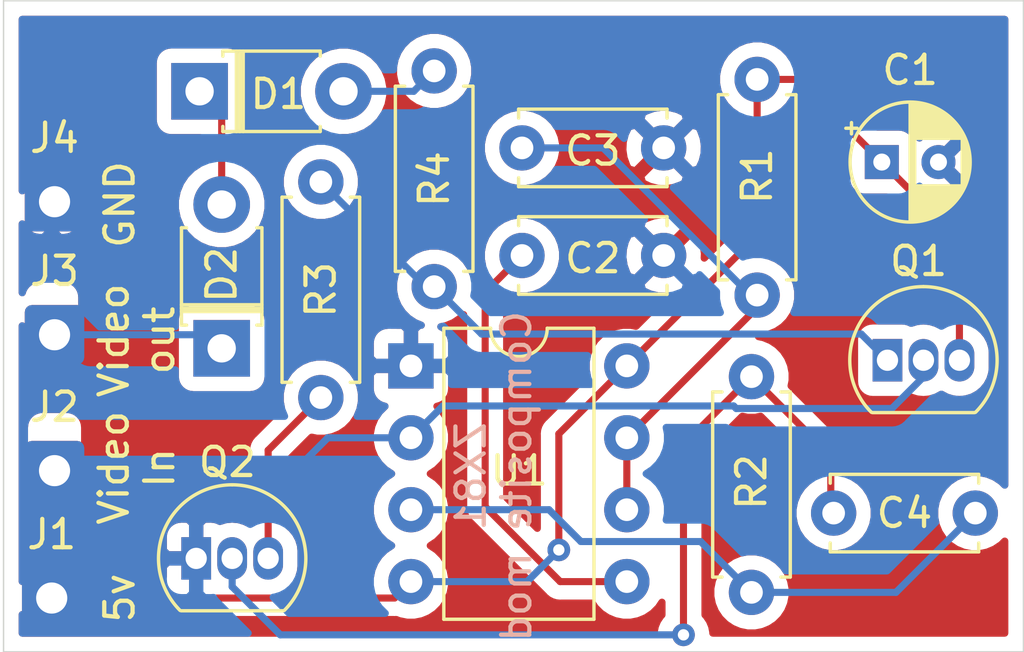
<source format=kicad_pcb>
(kicad_pcb (version 20171130) (host pcbnew "(5.1.10)-1")

  (general
    (thickness 1.6)
    (drawings 11)
    (tracks 63)
    (zones 0)
    (modules 17)
    (nets 13)
  )

  (page A4)
  (layers
    (0 F.Cu signal)
    (31 B.Cu signal)
    (32 B.Adhes user hide)
    (33 F.Adhes user hide)
    (34 B.Paste user)
    (35 F.Paste user)
    (36 B.SilkS user hide)
    (37 F.SilkS user)
    (38 B.Mask user hide)
    (39 F.Mask user hide)
    (40 Dwgs.User user hide)
    (41 Cmts.User user hide)
    (42 Eco1.User user hide)
    (43 Eco2.User user hide)
    (44 Edge.Cuts user)
    (45 Margin user hide)
    (46 B.CrtYd user hide)
    (47 F.CrtYd user hide)
    (48 B.Fab user hide)
    (49 F.Fab user hide)
  )

  (setup
    (last_trace_width 0.25)
    (trace_clearance 0.2)
    (zone_clearance 0.508)
    (zone_45_only no)
    (trace_min 0.2)
    (via_size 0.8)
    (via_drill 0.4)
    (via_min_size 0.4)
    (via_min_drill 0.3)
    (uvia_size 0.3)
    (uvia_drill 0.1)
    (uvias_allowed no)
    (uvia_min_size 0.2)
    (uvia_min_drill 0.1)
    (edge_width 0.05)
    (segment_width 0.2)
    (pcb_text_width 0.3)
    (pcb_text_size 1.5 1.5)
    (mod_edge_width 0.12)
    (mod_text_size 1 1)
    (mod_text_width 0.15)
    (pad_size 1.524 1.524)
    (pad_drill 0.762)
    (pad_to_mask_clearance 0)
    (aux_axis_origin 0 0)
    (visible_elements 7FFFFFFF)
    (pcbplotparams
      (layerselection 0x010fc_ffffffff)
      (usegerberextensions false)
      (usegerberattributes true)
      (usegerberadvancedattributes true)
      (creategerberjobfile true)
      (excludeedgelayer true)
      (linewidth 0.100000)
      (plotframeref false)
      (viasonmask false)
      (mode 1)
      (useauxorigin false)
      (hpglpennumber 1)
      (hpglpenspeed 20)
      (hpglpendiameter 15.000000)
      (psnegative false)
      (psa4output false)
      (plotreference true)
      (plotvalue true)
      (plotinvisibletext false)
      (padsonsilk false)
      (subtractmaskfromsilk false)
      (outputformat 1)
      (mirror false)
      (drillshape 0)
      (scaleselection 1)
      (outputdirectory "../../../../../Desktop/ZX81CompositeMod/"))
  )

  (net 0 "")
  (net 1 GND)
  (net 2 +5V)
  (net 3 "Net-(C2-Pad1)")
  (net 4 "Net-(C3-Pad1)")
  (net 5 "Net-(C4-Pad2)")
  (net 6 "Net-(C4-Pad1)")
  (net 7 "Net-(D1-Pad2)")
  (net 8 "Net-(D1-Pad1)")
  (net 9 Video_out)
  (net 10 "Net-(Q1-Pad1)")
  (net 11 Video_in)
  (net 12 "Net-(Q2-Pad3)")

  (net_class Default "This is the default net class."
    (clearance 0.2)
    (trace_width 0.25)
    (via_dia 0.8)
    (via_drill 0.4)
    (uvia_dia 0.3)
    (uvia_drill 0.1)
    (add_net +5V)
    (add_net GND)
    (add_net "Net-(C2-Pad1)")
    (add_net "Net-(C3-Pad1)")
    (add_net "Net-(C4-Pad1)")
    (add_net "Net-(C4-Pad2)")
    (add_net "Net-(D1-Pad1)")
    (add_net "Net-(D1-Pad2)")
    (add_net "Net-(Q1-Pad1)")
    (add_net "Net-(Q2-Pad3)")
    (add_net Video_in)
    (add_net Video_out)
  )

  (module Connector_Wire:SolderWire-0.5sqmm_1x01_D0.9mm_OD2.1mm (layer F.Cu) (tedit 5EB70B43) (tstamp 617DBDAC)
    (at 55.2 103.6)
    (descr "Soldered wire connection, for a single 0.5 mm² wire, basic insulation, conductor diameter 0.9mm, outer diameter 2.1mm, size source Multi-Contact FLEXI-E 0.5 (https://ec.staubli.com/AcroFiles/Catalogues/TM_Cab-Main-11014119_(en)_hi.pdf), bend radius 3 times outer diameter, generated with kicad-footprint-generator")
    (tags "connector wire 0.5sqmm")
    (path /617DC0DE)
    (attr virtual)
    (fp_text reference J4 (at 0 -2.25) (layer F.SilkS)
      (effects (font (size 1 1) (thickness 0.15)))
    )
    (fp_text value GND (at 0 2.25) (layer F.Fab)
      (effects (font (size 1 1) (thickness 0.15)))
    )
    (fp_text user %R (at 0 0) (layer F.Fab)
      (effects (font (size 0.52 0.52) (thickness 0.08)))
    )
    (fp_circle (center 0 0) (end 1.05 0) (layer F.Fab) (width 0.1))
    (fp_line (start -1.8 -1.55) (end -1.8 1.55) (layer F.CrtYd) (width 0.05))
    (fp_line (start -1.8 1.55) (end 1.8 1.55) (layer F.CrtYd) (width 0.05))
    (fp_line (start 1.8 1.55) (end 1.8 -1.55) (layer F.CrtYd) (width 0.05))
    (fp_line (start 1.8 -1.55) (end -1.8 -1.55) (layer F.CrtYd) (width 0.05))
    (pad 1 thru_hole roundrect (at 0 0) (size 2.1 2.1) (drill 1.1) (layers *.Cu *.Mask) (roundrect_rratio 0.119048)
      (net 1 GND))
    (model ${KISYS3DMOD}/Connector_Wire.3dshapes/SolderWire-0.5sqmm_1x01_D0.9mm_OD2.1mm.wrl
      (at (xyz 0 0 0))
      (scale (xyz 1 1 1))
      (rotate (xyz 0 0 0))
    )
  )

  (module Connector_Wire:SolderWire-0.5sqmm_1x01_D0.9mm_OD2.1mm (layer F.Cu) (tedit 5EB70B43) (tstamp 617DFA3B)
    (at 55.2 108.3)
    (descr "Soldered wire connection, for a single 0.5 mm² wire, basic insulation, conductor diameter 0.9mm, outer diameter 2.1mm, size source Multi-Contact FLEXI-E 0.5 (https://ec.staubli.com/AcroFiles/Catalogues/TM_Cab-Main-11014119_(en)_hi.pdf), bend radius 3 times outer diameter, generated with kicad-footprint-generator")
    (tags "connector wire 0.5sqmm")
    (path /618050FA)
    (attr virtual)
    (fp_text reference J3 (at 0 -2.25) (layer F.SilkS)
      (effects (font (size 1 1) (thickness 0.15)))
    )
    (fp_text value " Video_out" (at 0 2.25) (layer F.Fab)
      (effects (font (size 1 1) (thickness 0.15)))
    )
    (fp_text user %R (at 0 0) (layer F.Fab)
      (effects (font (size 0.52 0.52) (thickness 0.08)))
    )
    (fp_circle (center 0 0) (end 1.05 0) (layer F.Fab) (width 0.1))
    (fp_line (start -1.8 -1.55) (end -1.8 1.55) (layer F.CrtYd) (width 0.05))
    (fp_line (start -1.8 1.55) (end 1.8 1.55) (layer F.CrtYd) (width 0.05))
    (fp_line (start 1.8 1.55) (end 1.8 -1.55) (layer F.CrtYd) (width 0.05))
    (fp_line (start 1.8 -1.55) (end -1.8 -1.55) (layer F.CrtYd) (width 0.05))
    (pad 1 thru_hole roundrect (at 0 0) (size 2.1 2.1) (drill 1.1) (layers *.Cu *.Mask) (roundrect_rratio 0.119048)
      (net 9 Video_out))
    (model ${KISYS3DMOD}/Connector_Wire.3dshapes/SolderWire-0.5sqmm_1x01_D0.9mm_OD2.1mm.wrl
      (at (xyz 0 0 0))
      (scale (xyz 1 1 1))
      (rotate (xyz 0 0 0))
    )
  )

  (module Connector_Wire:SolderWire-0.5sqmm_1x01_D0.9mm_OD2.1mm (layer F.Cu) (tedit 5EB70B43) (tstamp 617DFA25)
    (at 55.2 113.1)
    (descr "Soldered wire connection, for a single 0.5 mm² wire, basic insulation, conductor diameter 0.9mm, outer diameter 2.1mm, size source Multi-Contact FLEXI-E 0.5 (https://ec.staubli.com/AcroFiles/Catalogues/TM_Cab-Main-11014119_(en)_hi.pdf), bend radius 3 times outer diameter, generated with kicad-footprint-generator")
    (tags "connector wire 0.5sqmm")
    (path /61804265)
    (attr virtual)
    (fp_text reference J2 (at 0 -2.25) (layer F.SilkS)
      (effects (font (size 1 1) (thickness 0.15)))
    )
    (fp_text value Video_in (at 0 2.25) (layer F.Fab)
      (effects (font (size 1 1) (thickness 0.15)))
    )
    (fp_text user %R (at 0 0) (layer F.Fab)
      (effects (font (size 0.52 0.52) (thickness 0.08)))
    )
    (fp_circle (center 0 0) (end 1.05 0) (layer F.Fab) (width 0.1))
    (fp_line (start -1.8 -1.55) (end -1.8 1.55) (layer F.CrtYd) (width 0.05))
    (fp_line (start -1.8 1.55) (end 1.8 1.55) (layer F.CrtYd) (width 0.05))
    (fp_line (start 1.8 1.55) (end 1.8 -1.55) (layer F.CrtYd) (width 0.05))
    (fp_line (start 1.8 -1.55) (end -1.8 -1.55) (layer F.CrtYd) (width 0.05))
    (pad 1 thru_hole roundrect (at 0 0) (size 2.1 2.1) (drill 1.1) (layers *.Cu *.Mask) (roundrect_rratio 0.119048)
      (net 11 Video_in))
    (model ${KISYS3DMOD}/Connector_Wire.3dshapes/SolderWire-0.5sqmm_1x01_D0.9mm_OD2.1mm.wrl
      (at (xyz 0 0 0))
      (scale (xyz 1 1 1))
      (rotate (xyz 0 0 0))
    )
  )

  (module Connector_Wire:SolderWire-0.5sqmm_1x01_D0.9mm_OD2.1mm (layer F.Cu) (tedit 5EB70B43) (tstamp 617DFA51)
    (at 55.1 117.6)
    (descr "Soldered wire connection, for a single 0.5 mm² wire, basic insulation, conductor diameter 0.9mm, outer diameter 2.1mm, size source Multi-Contact FLEXI-E 0.5 (https://ec.staubli.com/AcroFiles/Catalogues/TM_Cab-Main-11014119_(en)_hi.pdf), bend radius 3 times outer diameter, generated with kicad-footprint-generator")
    (tags "connector wire 0.5sqmm")
    (path /61805671)
    (attr virtual)
    (fp_text reference J1 (at 0 -2.25) (layer F.SilkS)
      (effects (font (size 1 1) (thickness 0.15)))
    )
    (fp_text value +5v (at 0 2.25) (layer F.Fab)
      (effects (font (size 1 1) (thickness 0.15)))
    )
    (fp_text user %R (at 0 0) (layer F.Fab)
      (effects (font (size 0.52 0.52) (thickness 0.08)))
    )
    (fp_circle (center 0 0) (end 1.05 0) (layer F.Fab) (width 0.1))
    (fp_line (start -1.8 -1.55) (end -1.8 1.55) (layer F.CrtYd) (width 0.05))
    (fp_line (start -1.8 1.55) (end 1.8 1.55) (layer F.CrtYd) (width 0.05))
    (fp_line (start 1.8 1.55) (end 1.8 -1.55) (layer F.CrtYd) (width 0.05))
    (fp_line (start 1.8 -1.55) (end -1.8 -1.55) (layer F.CrtYd) (width 0.05))
    (pad 1 thru_hole roundrect (at 0 0) (size 2.1 2.1) (drill 1.1) (layers *.Cu *.Mask) (roundrect_rratio 0.119048)
      (net 2 +5V))
    (model ${KISYS3DMOD}/Connector_Wire.3dshapes/SolderWire-0.5sqmm_1x01_D0.9mm_OD2.1mm.wrl
      (at (xyz 0 0 0))
      (scale (xyz 1 1 1))
      (rotate (xyz 0 0 0))
    )
  )

  (module Diode_THT:D_T-1_P5.08mm_Horizontal (layer F.Cu) (tedit 5AE50CD5) (tstamp 617D9ED0)
    (at 61.1 108.78 90)
    (descr "Diode, T-1 series, Axial, Horizontal, pin pitch=5.08mm, , length*diameter=3.2*2.6mm^2, , http://www.diodes.com/_files/packages/T-1.pdf")
    (tags "Diode T-1 series Axial Horizontal pin pitch 5.08mm  length 3.2mm diameter 2.6mm")
    (path /617EE327)
    (fp_text reference D2 (at 2.6 0 90) (layer F.SilkS)
      (effects (font (size 1 1) (thickness 0.15)))
    )
    (fp_text value 1N4148 (at 2.54 2.42 90) (layer F.Fab)
      (effects (font (size 1 1) (thickness 0.15)))
    )
    (fp_text user K (at 0 -2 90) (layer F.Fab)
      (effects (font (size 1 1) (thickness 0.15)))
    )
    (fp_text user %R (at 2.78 0 90) (layer F.Fab)
      (effects (font (size 0.64 0.64) (thickness 0.096)))
    )
    (fp_line (start 0.94 -1.3) (end 0.94 1.3) (layer F.Fab) (width 0.1))
    (fp_line (start 0.94 1.3) (end 4.14 1.3) (layer F.Fab) (width 0.1))
    (fp_line (start 4.14 1.3) (end 4.14 -1.3) (layer F.Fab) (width 0.1))
    (fp_line (start 4.14 -1.3) (end 0.94 -1.3) (layer F.Fab) (width 0.1))
    (fp_line (start 0 0) (end 0.94 0) (layer F.Fab) (width 0.1))
    (fp_line (start 5.08 0) (end 4.14 0) (layer F.Fab) (width 0.1))
    (fp_line (start 1.42 -1.3) (end 1.42 1.3) (layer F.Fab) (width 0.1))
    (fp_line (start 1.52 -1.3) (end 1.52 1.3) (layer F.Fab) (width 0.1))
    (fp_line (start 1.32 -1.3) (end 1.32 1.3) (layer F.Fab) (width 0.1))
    (fp_line (start 0.82 -1.24) (end 0.82 -1.42) (layer F.SilkS) (width 0.12))
    (fp_line (start 0.82 -1.42) (end 4.26 -1.42) (layer F.SilkS) (width 0.12))
    (fp_line (start 4.26 -1.42) (end 4.26 -1.24) (layer F.SilkS) (width 0.12))
    (fp_line (start 0.82 1.24) (end 0.82 1.42) (layer F.SilkS) (width 0.12))
    (fp_line (start 0.82 1.42) (end 4.26 1.42) (layer F.SilkS) (width 0.12))
    (fp_line (start 4.26 1.42) (end 4.26 1.24) (layer F.SilkS) (width 0.12))
    (fp_line (start 1.42 -1.42) (end 1.42 1.42) (layer F.SilkS) (width 0.12))
    (fp_line (start 1.54 -1.42) (end 1.54 1.42) (layer F.SilkS) (width 0.12))
    (fp_line (start 1.3 -1.42) (end 1.3 1.42) (layer F.SilkS) (width 0.12))
    (fp_line (start -1.25 -1.55) (end -1.25 1.55) (layer F.CrtYd) (width 0.05))
    (fp_line (start -1.25 1.55) (end 6.33 1.55) (layer F.CrtYd) (width 0.05))
    (fp_line (start 6.33 1.55) (end 6.33 -1.55) (layer F.CrtYd) (width 0.05))
    (fp_line (start 6.33 -1.55) (end -1.25 -1.55) (layer F.CrtYd) (width 0.05))
    (pad 2 thru_hole oval (at 5.08 0 90) (size 2 2) (drill 1) (layers *.Cu *.Mask)
      (net 8 "Net-(D1-Pad1)"))
    (pad 1 thru_hole rect (at 0 0 90) (size 2 2) (drill 1) (layers *.Cu *.Mask)
      (net 9 Video_out))
    (model ${KISYS3DMOD}/Diode_THT.3dshapes/D_T-1_P5.08mm_Horizontal.wrl
      (at (xyz 0 0 0))
      (scale (xyz 1 1 1))
      (rotate (xyz 0 0 0))
    )
  )

  (module Diode_THT:D_T-1_P5.08mm_Horizontal (layer F.Cu) (tedit 5AE50CD5) (tstamp 617D9EB1)
    (at 60.32 99.7)
    (descr "Diode, T-1 series, Axial, Horizontal, pin pitch=5.08mm, , length*diameter=3.2*2.6mm^2, , http://www.diodes.com/_files/packages/T-1.pdf")
    (tags "Diode T-1 series Axial Horizontal pin pitch 5.08mm  length 3.2mm diameter 2.6mm")
    (path /617EE185)
    (fp_text reference D1 (at 2.78 0.1) (layer F.SilkS)
      (effects (font (size 1 1) (thickness 0.15)))
    )
    (fp_text value 1N4148 (at 2.54 2.42) (layer F.Fab)
      (effects (font (size 1 1) (thickness 0.15)))
    )
    (fp_text user K (at 0 -2) (layer F.Fab)
      (effects (font (size 1 1) (thickness 0.15)))
    )
    (fp_text user %R (at 2.78 0) (layer F.Fab)
      (effects (font (size 0.64 0.64) (thickness 0.096)))
    )
    (fp_line (start 0.94 -1.3) (end 0.94 1.3) (layer F.Fab) (width 0.1))
    (fp_line (start 0.94 1.3) (end 4.14 1.3) (layer F.Fab) (width 0.1))
    (fp_line (start 4.14 1.3) (end 4.14 -1.3) (layer F.Fab) (width 0.1))
    (fp_line (start 4.14 -1.3) (end 0.94 -1.3) (layer F.Fab) (width 0.1))
    (fp_line (start 0 0) (end 0.94 0) (layer F.Fab) (width 0.1))
    (fp_line (start 5.08 0) (end 4.14 0) (layer F.Fab) (width 0.1))
    (fp_line (start 1.42 -1.3) (end 1.42 1.3) (layer F.Fab) (width 0.1))
    (fp_line (start 1.52 -1.3) (end 1.52 1.3) (layer F.Fab) (width 0.1))
    (fp_line (start 1.32 -1.3) (end 1.32 1.3) (layer F.Fab) (width 0.1))
    (fp_line (start 0.82 -1.24) (end 0.82 -1.42) (layer F.SilkS) (width 0.12))
    (fp_line (start 0.82 -1.42) (end 4.26 -1.42) (layer F.SilkS) (width 0.12))
    (fp_line (start 4.26 -1.42) (end 4.26 -1.24) (layer F.SilkS) (width 0.12))
    (fp_line (start 0.82 1.24) (end 0.82 1.42) (layer F.SilkS) (width 0.12))
    (fp_line (start 0.82 1.42) (end 4.26 1.42) (layer F.SilkS) (width 0.12))
    (fp_line (start 4.26 1.42) (end 4.26 1.24) (layer F.SilkS) (width 0.12))
    (fp_line (start 1.42 -1.42) (end 1.42 1.42) (layer F.SilkS) (width 0.12))
    (fp_line (start 1.54 -1.42) (end 1.54 1.42) (layer F.SilkS) (width 0.12))
    (fp_line (start 1.3 -1.42) (end 1.3 1.42) (layer F.SilkS) (width 0.12))
    (fp_line (start -1.25 -1.55) (end -1.25 1.55) (layer F.CrtYd) (width 0.05))
    (fp_line (start -1.25 1.55) (end 6.33 1.55) (layer F.CrtYd) (width 0.05))
    (fp_line (start 6.33 1.55) (end 6.33 -1.55) (layer F.CrtYd) (width 0.05))
    (fp_line (start 6.33 -1.55) (end -1.25 -1.55) (layer F.CrtYd) (width 0.05))
    (pad 2 thru_hole oval (at 5.08 0) (size 2 2) (drill 1) (layers *.Cu *.Mask)
      (net 7 "Net-(D1-Pad2)"))
    (pad 1 thru_hole rect (at 0 0) (size 2 2) (drill 1) (layers *.Cu *.Mask)
      (net 8 "Net-(D1-Pad1)"))
    (model ${KISYS3DMOD}/Diode_THT.3dshapes/D_T-1_P5.08mm_Horizontal.wrl
      (at (xyz 0 0 0))
      (scale (xyz 1 1 1))
      (rotate (xyz 0 0 0))
    )
  )

  (module Capacitor_THT:C_Disc_D5.0mm_W2.5mm_P5.00mm (layer F.Cu) (tedit 5AE50EF0) (tstamp 617DB7B7)
    (at 82.7 114.6)
    (descr "C, Disc series, Radial, pin pitch=5.00mm, , diameter*width=5*2.5mm^2, Capacitor, http://cdn-reichelt.de/documents/datenblatt/B300/DS_KERKO_TC.pdf")
    (tags "C Disc series Radial pin pitch 5.00mm  diameter 5mm width 2.5mm Capacitor")
    (path /617F8D16)
    (fp_text reference C4 (at 2.5 0) (layer F.SilkS)
      (effects (font (size 1 1) (thickness 0.15)))
    )
    (fp_text value 82pF (at 2.5 2.5) (layer F.Fab)
      (effects (font (size 1 1) (thickness 0.15)))
    )
    (fp_text user %R (at 2.5 0) (layer F.Fab)
      (effects (font (size 1 1) (thickness 0.15)))
    )
    (fp_line (start 0 -1.25) (end 0 1.25) (layer F.Fab) (width 0.1))
    (fp_line (start 0 1.25) (end 5 1.25) (layer F.Fab) (width 0.1))
    (fp_line (start 5 1.25) (end 5 -1.25) (layer F.Fab) (width 0.1))
    (fp_line (start 5 -1.25) (end 0 -1.25) (layer F.Fab) (width 0.1))
    (fp_line (start -0.12 -1.37) (end 5.12 -1.37) (layer F.SilkS) (width 0.12))
    (fp_line (start -0.12 1.37) (end 5.12 1.37) (layer F.SilkS) (width 0.12))
    (fp_line (start -0.12 -1.37) (end -0.12 -1.055) (layer F.SilkS) (width 0.12))
    (fp_line (start -0.12 1.055) (end -0.12 1.37) (layer F.SilkS) (width 0.12))
    (fp_line (start 5.12 -1.37) (end 5.12 -1.055) (layer F.SilkS) (width 0.12))
    (fp_line (start 5.12 1.055) (end 5.12 1.37) (layer F.SilkS) (width 0.12))
    (fp_line (start -1.05 -1.5) (end -1.05 1.5) (layer F.CrtYd) (width 0.05))
    (fp_line (start -1.05 1.5) (end 6.05 1.5) (layer F.CrtYd) (width 0.05))
    (fp_line (start 6.05 1.5) (end 6.05 -1.5) (layer F.CrtYd) (width 0.05))
    (fp_line (start 6.05 -1.5) (end -1.05 -1.5) (layer F.CrtYd) (width 0.05))
    (pad 2 thru_hole circle (at 5 0) (size 1.6 1.6) (drill 0.8) (layers *.Cu *.Mask)
      (net 5 "Net-(C4-Pad2)"))
    (pad 1 thru_hole circle (at 0 0) (size 1.6 1.6) (drill 0.8) (layers *.Cu *.Mask)
      (net 6 "Net-(C4-Pad1)"))
    (model ${KISYS3DMOD}/Capacitor_THT.3dshapes/C_Disc_D5.0mm_W2.5mm_P5.00mm.wrl
      (at (xyz 0 0 0))
      (scale (xyz 1 1 1))
      (rotate (xyz 0 0 0))
    )
  )

  (module Capacitor_THT:C_Disc_D5.0mm_W2.5mm_P5.00mm (layer F.Cu) (tedit 5AE50EF0) (tstamp 617D9E7F)
    (at 71.7 101.7)
    (descr "C, Disc series, Radial, pin pitch=5.00mm, , diameter*width=5*2.5mm^2, Capacitor, http://cdn-reichelt.de/documents/datenblatt/B300/DS_KERKO_TC.pdf")
    (tags "C Disc series Radial pin pitch 5.00mm  diameter 5mm width 2.5mm Capacitor")
    (path /617DE81F)
    (fp_text reference C3 (at 2.5 0.1) (layer F.SilkS)
      (effects (font (size 1 1) (thickness 0.15)))
    )
    (fp_text value 820pF (at 2.5 2.5) (layer F.Fab)
      (effects (font (size 1 1) (thickness 0.15)))
    )
    (fp_text user %R (at 2.5 0) (layer F.Fab)
      (effects (font (size 1 1) (thickness 0.15)))
    )
    (fp_line (start 0 -1.25) (end 0 1.25) (layer F.Fab) (width 0.1))
    (fp_line (start 0 1.25) (end 5 1.25) (layer F.Fab) (width 0.1))
    (fp_line (start 5 1.25) (end 5 -1.25) (layer F.Fab) (width 0.1))
    (fp_line (start 5 -1.25) (end 0 -1.25) (layer F.Fab) (width 0.1))
    (fp_line (start -0.12 -1.37) (end 5.12 -1.37) (layer F.SilkS) (width 0.12))
    (fp_line (start -0.12 1.37) (end 5.12 1.37) (layer F.SilkS) (width 0.12))
    (fp_line (start -0.12 -1.37) (end -0.12 -1.055) (layer F.SilkS) (width 0.12))
    (fp_line (start -0.12 1.055) (end -0.12 1.37) (layer F.SilkS) (width 0.12))
    (fp_line (start 5.12 -1.37) (end 5.12 -1.055) (layer F.SilkS) (width 0.12))
    (fp_line (start 5.12 1.055) (end 5.12 1.37) (layer F.SilkS) (width 0.12))
    (fp_line (start -1.05 -1.5) (end -1.05 1.5) (layer F.CrtYd) (width 0.05))
    (fp_line (start -1.05 1.5) (end 6.05 1.5) (layer F.CrtYd) (width 0.05))
    (fp_line (start 6.05 1.5) (end 6.05 -1.5) (layer F.CrtYd) (width 0.05))
    (fp_line (start 6.05 -1.5) (end -1.05 -1.5) (layer F.CrtYd) (width 0.05))
    (pad 2 thru_hole circle (at 5 0) (size 1.6 1.6) (drill 0.8) (layers *.Cu *.Mask)
      (net 1 GND))
    (pad 1 thru_hole circle (at 0 0) (size 1.6 1.6) (drill 0.8) (layers *.Cu *.Mask)
      (net 4 "Net-(C3-Pad1)"))
    (model ${KISYS3DMOD}/Capacitor_THT.3dshapes/C_Disc_D5.0mm_W2.5mm_P5.00mm.wrl
      (at (xyz 0 0 0))
      (scale (xyz 1 1 1))
      (rotate (xyz 0 0 0))
    )
  )

  (module Capacitor_THT:C_Disc_D5.0mm_W2.5mm_P5.00mm (layer F.Cu) (tedit 5AE50EF0) (tstamp 617D9E6C)
    (at 71.7 105.5)
    (descr "C, Disc series, Radial, pin pitch=5.00mm, , diameter*width=5*2.5mm^2, Capacitor, http://cdn-reichelt.de/documents/datenblatt/B300/DS_KERKO_TC.pdf")
    (tags "C Disc series Radial pin pitch 5.00mm  diameter 5mm width 2.5mm Capacitor")
    (path /617DE550)
    (fp_text reference C2 (at 2.5 0.1) (layer F.SilkS)
      (effects (font (size 1 1) (thickness 0.15)))
    )
    (fp_text value 10nF (at 2.5 2.5) (layer F.Fab)
      (effects (font (size 1 1) (thickness 0.15)))
    )
    (fp_text user %R (at 2.5 0) (layer F.Fab)
      (effects (font (size 1 1) (thickness 0.15)))
    )
    (fp_line (start 0 -1.25) (end 0 1.25) (layer F.Fab) (width 0.1))
    (fp_line (start 0 1.25) (end 5 1.25) (layer F.Fab) (width 0.1))
    (fp_line (start 5 1.25) (end 5 -1.25) (layer F.Fab) (width 0.1))
    (fp_line (start 5 -1.25) (end 0 -1.25) (layer F.Fab) (width 0.1))
    (fp_line (start -0.12 -1.37) (end 5.12 -1.37) (layer F.SilkS) (width 0.12))
    (fp_line (start -0.12 1.37) (end 5.12 1.37) (layer F.SilkS) (width 0.12))
    (fp_line (start -0.12 -1.37) (end -0.12 -1.055) (layer F.SilkS) (width 0.12))
    (fp_line (start -0.12 1.055) (end -0.12 1.37) (layer F.SilkS) (width 0.12))
    (fp_line (start 5.12 -1.37) (end 5.12 -1.055) (layer F.SilkS) (width 0.12))
    (fp_line (start 5.12 1.055) (end 5.12 1.37) (layer F.SilkS) (width 0.12))
    (fp_line (start -1.05 -1.5) (end -1.05 1.5) (layer F.CrtYd) (width 0.05))
    (fp_line (start -1.05 1.5) (end 6.05 1.5) (layer F.CrtYd) (width 0.05))
    (fp_line (start 6.05 1.5) (end 6.05 -1.5) (layer F.CrtYd) (width 0.05))
    (fp_line (start 6.05 -1.5) (end -1.05 -1.5) (layer F.CrtYd) (width 0.05))
    (pad 2 thru_hole circle (at 5 0) (size 1.6 1.6) (drill 0.8) (layers *.Cu *.Mask)
      (net 1 GND))
    (pad 1 thru_hole circle (at 0 0) (size 1.6 1.6) (drill 0.8) (layers *.Cu *.Mask)
      (net 3 "Net-(C2-Pad1)"))
    (model ${KISYS3DMOD}/Capacitor_THT.3dshapes/C_Disc_D5.0mm_W2.5mm_P5.00mm.wrl
      (at (xyz 0 0 0))
      (scale (xyz 1 1 1))
      (rotate (xyz 0 0 0))
    )
  )

  (module Capacitor_THT:CP_Radial_D4.0mm_P2.00mm (layer F.Cu) (tedit 5AE50EF0) (tstamp 617D9E59)
    (at 84.4 102.2)
    (descr "CP, Radial series, Radial, pin pitch=2.00mm, , diameter=4mm, Electrolytic Capacitor")
    (tags "CP Radial series Radial pin pitch 2.00mm  diameter 4mm Electrolytic Capacitor")
    (path /617D92D1)
    (fp_text reference C1 (at 1 -3.25) (layer F.SilkS)
      (effects (font (size 1 1) (thickness 0.15)))
    )
    (fp_text value 22uF (at 1 3.25) (layer F.Fab)
      (effects (font (size 1 1) (thickness 0.15)))
    )
    (fp_text user %R (at 1 0) (layer F.Fab)
      (effects (font (size 0.8 0.8) (thickness 0.12)))
    )
    (fp_circle (center 1 0) (end 3 0) (layer F.Fab) (width 0.1))
    (fp_circle (center 1 0) (end 3.12 0) (layer F.SilkS) (width 0.12))
    (fp_circle (center 1 0) (end 3.25 0) (layer F.CrtYd) (width 0.05))
    (fp_line (start -0.702554 -0.8675) (end -0.302554 -0.8675) (layer F.Fab) (width 0.1))
    (fp_line (start -0.502554 -1.0675) (end -0.502554 -0.6675) (layer F.Fab) (width 0.1))
    (fp_line (start 1 -2.08) (end 1 2.08) (layer F.SilkS) (width 0.12))
    (fp_line (start 1.04 -2.08) (end 1.04 2.08) (layer F.SilkS) (width 0.12))
    (fp_line (start 1.08 -2.079) (end 1.08 2.079) (layer F.SilkS) (width 0.12))
    (fp_line (start 1.12 -2.077) (end 1.12 2.077) (layer F.SilkS) (width 0.12))
    (fp_line (start 1.16 -2.074) (end 1.16 2.074) (layer F.SilkS) (width 0.12))
    (fp_line (start 1.2 -2.071) (end 1.2 -0.84) (layer F.SilkS) (width 0.12))
    (fp_line (start 1.2 0.84) (end 1.2 2.071) (layer F.SilkS) (width 0.12))
    (fp_line (start 1.24 -2.067) (end 1.24 -0.84) (layer F.SilkS) (width 0.12))
    (fp_line (start 1.24 0.84) (end 1.24 2.067) (layer F.SilkS) (width 0.12))
    (fp_line (start 1.28 -2.062) (end 1.28 -0.84) (layer F.SilkS) (width 0.12))
    (fp_line (start 1.28 0.84) (end 1.28 2.062) (layer F.SilkS) (width 0.12))
    (fp_line (start 1.32 -2.056) (end 1.32 -0.84) (layer F.SilkS) (width 0.12))
    (fp_line (start 1.32 0.84) (end 1.32 2.056) (layer F.SilkS) (width 0.12))
    (fp_line (start 1.36 -2.05) (end 1.36 -0.84) (layer F.SilkS) (width 0.12))
    (fp_line (start 1.36 0.84) (end 1.36 2.05) (layer F.SilkS) (width 0.12))
    (fp_line (start 1.4 -2.042) (end 1.4 -0.84) (layer F.SilkS) (width 0.12))
    (fp_line (start 1.4 0.84) (end 1.4 2.042) (layer F.SilkS) (width 0.12))
    (fp_line (start 1.44 -2.034) (end 1.44 -0.84) (layer F.SilkS) (width 0.12))
    (fp_line (start 1.44 0.84) (end 1.44 2.034) (layer F.SilkS) (width 0.12))
    (fp_line (start 1.48 -2.025) (end 1.48 -0.84) (layer F.SilkS) (width 0.12))
    (fp_line (start 1.48 0.84) (end 1.48 2.025) (layer F.SilkS) (width 0.12))
    (fp_line (start 1.52 -2.016) (end 1.52 -0.84) (layer F.SilkS) (width 0.12))
    (fp_line (start 1.52 0.84) (end 1.52 2.016) (layer F.SilkS) (width 0.12))
    (fp_line (start 1.56 -2.005) (end 1.56 -0.84) (layer F.SilkS) (width 0.12))
    (fp_line (start 1.56 0.84) (end 1.56 2.005) (layer F.SilkS) (width 0.12))
    (fp_line (start 1.6 -1.994) (end 1.6 -0.84) (layer F.SilkS) (width 0.12))
    (fp_line (start 1.6 0.84) (end 1.6 1.994) (layer F.SilkS) (width 0.12))
    (fp_line (start 1.64 -1.982) (end 1.64 -0.84) (layer F.SilkS) (width 0.12))
    (fp_line (start 1.64 0.84) (end 1.64 1.982) (layer F.SilkS) (width 0.12))
    (fp_line (start 1.68 -1.968) (end 1.68 -0.84) (layer F.SilkS) (width 0.12))
    (fp_line (start 1.68 0.84) (end 1.68 1.968) (layer F.SilkS) (width 0.12))
    (fp_line (start 1.721 -1.954) (end 1.721 -0.84) (layer F.SilkS) (width 0.12))
    (fp_line (start 1.721 0.84) (end 1.721 1.954) (layer F.SilkS) (width 0.12))
    (fp_line (start 1.761 -1.94) (end 1.761 -0.84) (layer F.SilkS) (width 0.12))
    (fp_line (start 1.761 0.84) (end 1.761 1.94) (layer F.SilkS) (width 0.12))
    (fp_line (start 1.801 -1.924) (end 1.801 -0.84) (layer F.SilkS) (width 0.12))
    (fp_line (start 1.801 0.84) (end 1.801 1.924) (layer F.SilkS) (width 0.12))
    (fp_line (start 1.841 -1.907) (end 1.841 -0.84) (layer F.SilkS) (width 0.12))
    (fp_line (start 1.841 0.84) (end 1.841 1.907) (layer F.SilkS) (width 0.12))
    (fp_line (start 1.881 -1.889) (end 1.881 -0.84) (layer F.SilkS) (width 0.12))
    (fp_line (start 1.881 0.84) (end 1.881 1.889) (layer F.SilkS) (width 0.12))
    (fp_line (start 1.921 -1.87) (end 1.921 -0.84) (layer F.SilkS) (width 0.12))
    (fp_line (start 1.921 0.84) (end 1.921 1.87) (layer F.SilkS) (width 0.12))
    (fp_line (start 1.961 -1.851) (end 1.961 -0.84) (layer F.SilkS) (width 0.12))
    (fp_line (start 1.961 0.84) (end 1.961 1.851) (layer F.SilkS) (width 0.12))
    (fp_line (start 2.001 -1.83) (end 2.001 -0.84) (layer F.SilkS) (width 0.12))
    (fp_line (start 2.001 0.84) (end 2.001 1.83) (layer F.SilkS) (width 0.12))
    (fp_line (start 2.041 -1.808) (end 2.041 -0.84) (layer F.SilkS) (width 0.12))
    (fp_line (start 2.041 0.84) (end 2.041 1.808) (layer F.SilkS) (width 0.12))
    (fp_line (start 2.081 -1.785) (end 2.081 -0.84) (layer F.SilkS) (width 0.12))
    (fp_line (start 2.081 0.84) (end 2.081 1.785) (layer F.SilkS) (width 0.12))
    (fp_line (start 2.121 -1.76) (end 2.121 -0.84) (layer F.SilkS) (width 0.12))
    (fp_line (start 2.121 0.84) (end 2.121 1.76) (layer F.SilkS) (width 0.12))
    (fp_line (start 2.161 -1.735) (end 2.161 -0.84) (layer F.SilkS) (width 0.12))
    (fp_line (start 2.161 0.84) (end 2.161 1.735) (layer F.SilkS) (width 0.12))
    (fp_line (start 2.201 -1.708) (end 2.201 -0.84) (layer F.SilkS) (width 0.12))
    (fp_line (start 2.201 0.84) (end 2.201 1.708) (layer F.SilkS) (width 0.12))
    (fp_line (start 2.241 -1.68) (end 2.241 -0.84) (layer F.SilkS) (width 0.12))
    (fp_line (start 2.241 0.84) (end 2.241 1.68) (layer F.SilkS) (width 0.12))
    (fp_line (start 2.281 -1.65) (end 2.281 -0.84) (layer F.SilkS) (width 0.12))
    (fp_line (start 2.281 0.84) (end 2.281 1.65) (layer F.SilkS) (width 0.12))
    (fp_line (start 2.321 -1.619) (end 2.321 -0.84) (layer F.SilkS) (width 0.12))
    (fp_line (start 2.321 0.84) (end 2.321 1.619) (layer F.SilkS) (width 0.12))
    (fp_line (start 2.361 -1.587) (end 2.361 -0.84) (layer F.SilkS) (width 0.12))
    (fp_line (start 2.361 0.84) (end 2.361 1.587) (layer F.SilkS) (width 0.12))
    (fp_line (start 2.401 -1.552) (end 2.401 -0.84) (layer F.SilkS) (width 0.12))
    (fp_line (start 2.401 0.84) (end 2.401 1.552) (layer F.SilkS) (width 0.12))
    (fp_line (start 2.441 -1.516) (end 2.441 -0.84) (layer F.SilkS) (width 0.12))
    (fp_line (start 2.441 0.84) (end 2.441 1.516) (layer F.SilkS) (width 0.12))
    (fp_line (start 2.481 -1.478) (end 2.481 -0.84) (layer F.SilkS) (width 0.12))
    (fp_line (start 2.481 0.84) (end 2.481 1.478) (layer F.SilkS) (width 0.12))
    (fp_line (start 2.521 -1.438) (end 2.521 -0.84) (layer F.SilkS) (width 0.12))
    (fp_line (start 2.521 0.84) (end 2.521 1.438) (layer F.SilkS) (width 0.12))
    (fp_line (start 2.561 -1.396) (end 2.561 -0.84) (layer F.SilkS) (width 0.12))
    (fp_line (start 2.561 0.84) (end 2.561 1.396) (layer F.SilkS) (width 0.12))
    (fp_line (start 2.601 -1.351) (end 2.601 -0.84) (layer F.SilkS) (width 0.12))
    (fp_line (start 2.601 0.84) (end 2.601 1.351) (layer F.SilkS) (width 0.12))
    (fp_line (start 2.641 -1.304) (end 2.641 -0.84) (layer F.SilkS) (width 0.12))
    (fp_line (start 2.641 0.84) (end 2.641 1.304) (layer F.SilkS) (width 0.12))
    (fp_line (start 2.681 -1.254) (end 2.681 -0.84) (layer F.SilkS) (width 0.12))
    (fp_line (start 2.681 0.84) (end 2.681 1.254) (layer F.SilkS) (width 0.12))
    (fp_line (start 2.721 -1.2) (end 2.721 -0.84) (layer F.SilkS) (width 0.12))
    (fp_line (start 2.721 0.84) (end 2.721 1.2) (layer F.SilkS) (width 0.12))
    (fp_line (start 2.761 -1.142) (end 2.761 -0.84) (layer F.SilkS) (width 0.12))
    (fp_line (start 2.761 0.84) (end 2.761 1.142) (layer F.SilkS) (width 0.12))
    (fp_line (start 2.801 -1.08) (end 2.801 -0.84) (layer F.SilkS) (width 0.12))
    (fp_line (start 2.801 0.84) (end 2.801 1.08) (layer F.SilkS) (width 0.12))
    (fp_line (start 2.841 -1.013) (end 2.841 1.013) (layer F.SilkS) (width 0.12))
    (fp_line (start 2.881 -0.94) (end 2.881 0.94) (layer F.SilkS) (width 0.12))
    (fp_line (start 2.921 -0.859) (end 2.921 0.859) (layer F.SilkS) (width 0.12))
    (fp_line (start 2.961 -0.768) (end 2.961 0.768) (layer F.SilkS) (width 0.12))
    (fp_line (start 3.001 -0.664) (end 3.001 0.664) (layer F.SilkS) (width 0.12))
    (fp_line (start 3.041 -0.537) (end 3.041 0.537) (layer F.SilkS) (width 0.12))
    (fp_line (start 3.081 -0.37) (end 3.081 0.37) (layer F.SilkS) (width 0.12))
    (fp_line (start -1.269801 -1.195) (end -0.869801 -1.195) (layer F.SilkS) (width 0.12))
    (fp_line (start -1.069801 -1.395) (end -1.069801 -0.995) (layer F.SilkS) (width 0.12))
    (pad 2 thru_hole circle (at 2 0) (size 1.2 1.2) (drill 0.6) (layers *.Cu *.Mask)
      (net 1 GND))
    (pad 1 thru_hole rect (at 0 0) (size 1.2 1.2) (drill 0.6) (layers *.Cu *.Mask)
      (net 2 +5V))
    (model ${KISYS3DMOD}/Capacitor_THT.3dshapes/CP_Radial_D4.0mm_P2.00mm.wrl
      (at (xyz 0 0 0))
      (scale (xyz 1 1 1))
      (rotate (xyz 0 0 0))
    )
  )

  (module Package_DIP:DIP-8_W7.62mm (layer F.Cu) (tedit 5A02E8C5) (tstamp 617D9F6C)
    (at 67.78 109.4)
    (descr "8-lead though-hole mounted DIP package, row spacing 7.62 mm (300 mils)")
    (tags "THT DIP DIL PDIP 2.54mm 7.62mm 300mil")
    (path /617D85E8)
    (fp_text reference U1 (at 3.82 3.7) (layer F.SilkS)
      (effects (font (size 1 1) (thickness 0.15)))
    )
    (fp_text value NE555P (at 3.81 9.95) (layer F.Fab)
      (effects (font (size 1 1) (thickness 0.15)))
    )
    (fp_text user %R (at 3.81 3.81) (layer F.Fab)
      (effects (font (size 1 1) (thickness 0.15)))
    )
    (fp_arc (start 3.81 -1.33) (end 2.81 -1.33) (angle -180) (layer F.SilkS) (width 0.12))
    (fp_line (start 1.635 -1.27) (end 6.985 -1.27) (layer F.Fab) (width 0.1))
    (fp_line (start 6.985 -1.27) (end 6.985 8.89) (layer F.Fab) (width 0.1))
    (fp_line (start 6.985 8.89) (end 0.635 8.89) (layer F.Fab) (width 0.1))
    (fp_line (start 0.635 8.89) (end 0.635 -0.27) (layer F.Fab) (width 0.1))
    (fp_line (start 0.635 -0.27) (end 1.635 -1.27) (layer F.Fab) (width 0.1))
    (fp_line (start 2.81 -1.33) (end 1.16 -1.33) (layer F.SilkS) (width 0.12))
    (fp_line (start 1.16 -1.33) (end 1.16 8.95) (layer F.SilkS) (width 0.12))
    (fp_line (start 1.16 8.95) (end 6.46 8.95) (layer F.SilkS) (width 0.12))
    (fp_line (start 6.46 8.95) (end 6.46 -1.33) (layer F.SilkS) (width 0.12))
    (fp_line (start 6.46 -1.33) (end 4.81 -1.33) (layer F.SilkS) (width 0.12))
    (fp_line (start -1.1 -1.55) (end -1.1 9.15) (layer F.CrtYd) (width 0.05))
    (fp_line (start -1.1 9.15) (end 8.7 9.15) (layer F.CrtYd) (width 0.05))
    (fp_line (start 8.7 9.15) (end 8.7 -1.55) (layer F.CrtYd) (width 0.05))
    (fp_line (start 8.7 -1.55) (end -1.1 -1.55) (layer F.CrtYd) (width 0.05))
    (pad 8 thru_hole oval (at 7.62 0) (size 1.6 1.6) (drill 0.8) (layers *.Cu *.Mask)
      (net 2 +5V))
    (pad 4 thru_hole oval (at 0 7.62) (size 1.6 1.6) (drill 0.8) (layers *.Cu *.Mask)
      (net 2 +5V))
    (pad 7 thru_hole oval (at 7.62 2.54) (size 1.6 1.6) (drill 0.8) (layers *.Cu *.Mask)
      (net 4 "Net-(C3-Pad1)"))
    (pad 3 thru_hole oval (at 0 5.08) (size 1.6 1.6) (drill 0.8) (layers *.Cu *.Mask)
      (net 5 "Net-(C4-Pad2)"))
    (pad 6 thru_hole oval (at 7.62 5.08) (size 1.6 1.6) (drill 0.8) (layers *.Cu *.Mask)
      (net 4 "Net-(C3-Pad1)"))
    (pad 2 thru_hole oval (at 0 2.54) (size 1.6 1.6) (drill 0.8) (layers *.Cu *.Mask)
      (net 11 Video_in))
    (pad 5 thru_hole oval (at 7.62 7.62) (size 1.6 1.6) (drill 0.8) (layers *.Cu *.Mask)
      (net 3 "Net-(C2-Pad1)"))
    (pad 1 thru_hole rect (at 0 0) (size 1.6 1.6) (drill 0.8) (layers *.Cu *.Mask)
      (net 1 GND))
    (model ${KISYS3DMOD}/Package_DIP.3dshapes/DIP-8_W7.62mm.wrl
      (at (xyz 0 0 0))
      (scale (xyz 1 1 1))
      (rotate (xyz 0 0 0))
    )
  )

  (module Resistor_THT:R_Axial_DIN0207_L6.3mm_D2.5mm_P7.62mm_Horizontal (layer F.Cu) (tedit 5AE5139B) (tstamp 617D9F50)
    (at 68.6 106.6 90)
    (descr "Resistor, Axial_DIN0207 series, Axial, Horizontal, pin pitch=7.62mm, 0.25W = 1/4W, length*diameter=6.3*2.5mm^2, http://cdn-reichelt.de/documents/datenblatt/B400/1_4W%23YAG.pdf")
    (tags "Resistor Axial_DIN0207 series Axial Horizontal pin pitch 7.62mm 0.25W = 1/4W length 6.3mm diameter 2.5mm")
    (path /617E3C75)
    (fp_text reference R4 (at 3.8 0 90) (layer F.SilkS)
      (effects (font (size 1 1) (thickness 0.15)))
    )
    (fp_text value 56 (at 3.81 2.37 90) (layer F.Fab)
      (effects (font (size 1 1) (thickness 0.15)))
    )
    (fp_text user %R (at 3.81 0 90) (layer F.Fab)
      (effects (font (size 1 1) (thickness 0.15)))
    )
    (fp_line (start 0.66 -1.25) (end 0.66 1.25) (layer F.Fab) (width 0.1))
    (fp_line (start 0.66 1.25) (end 6.96 1.25) (layer F.Fab) (width 0.1))
    (fp_line (start 6.96 1.25) (end 6.96 -1.25) (layer F.Fab) (width 0.1))
    (fp_line (start 6.96 -1.25) (end 0.66 -1.25) (layer F.Fab) (width 0.1))
    (fp_line (start 0 0) (end 0.66 0) (layer F.Fab) (width 0.1))
    (fp_line (start 7.62 0) (end 6.96 0) (layer F.Fab) (width 0.1))
    (fp_line (start 0.54 -1.04) (end 0.54 -1.37) (layer F.SilkS) (width 0.12))
    (fp_line (start 0.54 -1.37) (end 7.08 -1.37) (layer F.SilkS) (width 0.12))
    (fp_line (start 7.08 -1.37) (end 7.08 -1.04) (layer F.SilkS) (width 0.12))
    (fp_line (start 0.54 1.04) (end 0.54 1.37) (layer F.SilkS) (width 0.12))
    (fp_line (start 0.54 1.37) (end 7.08 1.37) (layer F.SilkS) (width 0.12))
    (fp_line (start 7.08 1.37) (end 7.08 1.04) (layer F.SilkS) (width 0.12))
    (fp_line (start -1.05 -1.5) (end -1.05 1.5) (layer F.CrtYd) (width 0.05))
    (fp_line (start -1.05 1.5) (end 8.67 1.5) (layer F.CrtYd) (width 0.05))
    (fp_line (start 8.67 1.5) (end 8.67 -1.5) (layer F.CrtYd) (width 0.05))
    (fp_line (start 8.67 -1.5) (end -1.05 -1.5) (layer F.CrtYd) (width 0.05))
    (pad 2 thru_hole oval (at 7.62 0 90) (size 1.6 1.6) (drill 0.8) (layers *.Cu *.Mask)
      (net 7 "Net-(D1-Pad2)"))
    (pad 1 thru_hole circle (at 0 0 90) (size 1.6 1.6) (drill 0.8) (layers *.Cu *.Mask)
      (net 10 "Net-(Q1-Pad1)"))
    (model ${KISYS3DMOD}/Resistor_THT.3dshapes/R_Axial_DIN0207_L6.3mm_D2.5mm_P7.62mm_Horizontal.wrl
      (at (xyz 0 0 0))
      (scale (xyz 1 1 1))
      (rotate (xyz 0 0 0))
    )
  )

  (module Resistor_THT:R_Axial_DIN0207_L6.3mm_D2.5mm_P7.62mm_Horizontal (layer F.Cu) (tedit 5AE5139B) (tstamp 617D9F39)
    (at 64.6 102.9 270)
    (descr "Resistor, Axial_DIN0207 series, Axial, Horizontal, pin pitch=7.62mm, 0.25W = 1/4W, length*diameter=6.3*2.5mm^2, http://cdn-reichelt.de/documents/datenblatt/B400/1_4W%23YAG.pdf")
    (tags "Resistor Axial_DIN0207 series Axial Horizontal pin pitch 7.62mm 0.25W = 1/4W length 6.3mm diameter 2.5mm")
    (path /617E395C)
    (fp_text reference R3 (at 3.81 0 90) (layer F.SilkS)
      (effects (font (size 1 1) (thickness 0.15)))
    )
    (fp_text value 68 (at 3.81 2.37 90) (layer F.Fab)
      (effects (font (size 1 1) (thickness 0.15)))
    )
    (fp_text user %R (at 3.81 0 90) (layer F.Fab)
      (effects (font (size 1 1) (thickness 0.15)))
    )
    (fp_line (start 0.66 -1.25) (end 0.66 1.25) (layer F.Fab) (width 0.1))
    (fp_line (start 0.66 1.25) (end 6.96 1.25) (layer F.Fab) (width 0.1))
    (fp_line (start 6.96 1.25) (end 6.96 -1.25) (layer F.Fab) (width 0.1))
    (fp_line (start 6.96 -1.25) (end 0.66 -1.25) (layer F.Fab) (width 0.1))
    (fp_line (start 0 0) (end 0.66 0) (layer F.Fab) (width 0.1))
    (fp_line (start 7.62 0) (end 6.96 0) (layer F.Fab) (width 0.1))
    (fp_line (start 0.54 -1.04) (end 0.54 -1.37) (layer F.SilkS) (width 0.12))
    (fp_line (start 0.54 -1.37) (end 7.08 -1.37) (layer F.SilkS) (width 0.12))
    (fp_line (start 7.08 -1.37) (end 7.08 -1.04) (layer F.SilkS) (width 0.12))
    (fp_line (start 0.54 1.04) (end 0.54 1.37) (layer F.SilkS) (width 0.12))
    (fp_line (start 0.54 1.37) (end 7.08 1.37) (layer F.SilkS) (width 0.12))
    (fp_line (start 7.08 1.37) (end 7.08 1.04) (layer F.SilkS) (width 0.12))
    (fp_line (start -1.05 -1.5) (end -1.05 1.5) (layer F.CrtYd) (width 0.05))
    (fp_line (start -1.05 1.5) (end 8.67 1.5) (layer F.CrtYd) (width 0.05))
    (fp_line (start 8.67 1.5) (end 8.67 -1.5) (layer F.CrtYd) (width 0.05))
    (fp_line (start 8.67 -1.5) (end -1.05 -1.5) (layer F.CrtYd) (width 0.05))
    (pad 2 thru_hole oval (at 7.62 0 270) (size 1.6 1.6) (drill 0.8) (layers *.Cu *.Mask)
      (net 12 "Net-(Q2-Pad3)"))
    (pad 1 thru_hole circle (at 0 0 270) (size 1.6 1.6) (drill 0.8) (layers *.Cu *.Mask)
      (net 10 "Net-(Q1-Pad1)"))
    (model ${KISYS3DMOD}/Resistor_THT.3dshapes/R_Axial_DIN0207_L6.3mm_D2.5mm_P7.62mm_Horizontal.wrl
      (at (xyz 0 0 0))
      (scale (xyz 1 1 1))
      (rotate (xyz 0 0 0))
    )
  )

  (module Resistor_THT:R_Axial_DIN0207_L6.3mm_D2.5mm_P7.62mm_Horizontal (layer F.Cu) (tedit 5AE5139B) (tstamp 617D9F22)
    (at 79.8 109.78 270)
    (descr "Resistor, Axial_DIN0207 series, Axial, Horizontal, pin pitch=7.62mm, 0.25W = 1/4W, length*diameter=6.3*2.5mm^2, http://cdn-reichelt.de/documents/datenblatt/B400/1_4W%23YAG.pdf")
    (tags "Resistor Axial_DIN0207 series Axial Horizontal pin pitch 7.62mm 0.25W = 1/4W length 6.3mm diameter 2.5mm")
    (path /617E2484)
    (fp_text reference R2 (at 3.72 0 90) (layer F.SilkS)
      (effects (font (size 1 1) (thickness 0.15)))
    )
    (fp_text value 10K (at 3.81 2.37 90) (layer F.Fab)
      (effects (font (size 1 1) (thickness 0.15)))
    )
    (fp_text user %R (at 3.81 0 90) (layer F.Fab)
      (effects (font (size 1 1) (thickness 0.15)))
    )
    (fp_line (start 0.66 -1.25) (end 0.66 1.25) (layer F.Fab) (width 0.1))
    (fp_line (start 0.66 1.25) (end 6.96 1.25) (layer F.Fab) (width 0.1))
    (fp_line (start 6.96 1.25) (end 6.96 -1.25) (layer F.Fab) (width 0.1))
    (fp_line (start 6.96 -1.25) (end 0.66 -1.25) (layer F.Fab) (width 0.1))
    (fp_line (start 0 0) (end 0.66 0) (layer F.Fab) (width 0.1))
    (fp_line (start 7.62 0) (end 6.96 0) (layer F.Fab) (width 0.1))
    (fp_line (start 0.54 -1.04) (end 0.54 -1.37) (layer F.SilkS) (width 0.12))
    (fp_line (start 0.54 -1.37) (end 7.08 -1.37) (layer F.SilkS) (width 0.12))
    (fp_line (start 7.08 -1.37) (end 7.08 -1.04) (layer F.SilkS) (width 0.12))
    (fp_line (start 0.54 1.04) (end 0.54 1.37) (layer F.SilkS) (width 0.12))
    (fp_line (start 0.54 1.37) (end 7.08 1.37) (layer F.SilkS) (width 0.12))
    (fp_line (start 7.08 1.37) (end 7.08 1.04) (layer F.SilkS) (width 0.12))
    (fp_line (start -1.05 -1.5) (end -1.05 1.5) (layer F.CrtYd) (width 0.05))
    (fp_line (start -1.05 1.5) (end 8.67 1.5) (layer F.CrtYd) (width 0.05))
    (fp_line (start 8.67 1.5) (end 8.67 -1.5) (layer F.CrtYd) (width 0.05))
    (fp_line (start 8.67 -1.5) (end -1.05 -1.5) (layer F.CrtYd) (width 0.05))
    (pad 2 thru_hole oval (at 7.62 0 270) (size 1.6 1.6) (drill 0.8) (layers *.Cu *.Mask)
      (net 5 "Net-(C4-Pad2)"))
    (pad 1 thru_hole circle (at 0 0 270) (size 1.6 1.6) (drill 0.8) (layers *.Cu *.Mask)
      (net 6 "Net-(C4-Pad1)"))
    (model ${KISYS3DMOD}/Resistor_THT.3dshapes/R_Axial_DIN0207_L6.3mm_D2.5mm_P7.62mm_Horizontal.wrl
      (at (xyz 0 0 0))
      (scale (xyz 1 1 1))
      (rotate (xyz 0 0 0))
    )
  )

  (module Resistor_THT:R_Axial_DIN0207_L6.3mm_D2.5mm_P7.62mm_Horizontal (layer F.Cu) (tedit 5AE5139B) (tstamp 617D9F0B)
    (at 80 99.28 270)
    (descr "Resistor, Axial_DIN0207 series, Axial, Horizontal, pin pitch=7.62mm, 0.25W = 1/4W, length*diameter=6.3*2.5mm^2, http://cdn-reichelt.de/documents/datenblatt/B400/1_4W%23YAG.pdf")
    (tags "Resistor Axial_DIN0207 series Axial Horizontal pin pitch 7.62mm 0.25W = 1/4W length 6.3mm diameter 2.5mm")
    (path /617E060F)
    (fp_text reference R1 (at 3.42 0 90) (layer F.SilkS)
      (effects (font (size 1 1) (thickness 0.15)))
    )
    (fp_text value 10K (at 3.81 2.37 90) (layer F.Fab)
      (effects (font (size 1 1) (thickness 0.15)))
    )
    (fp_text user %R (at 3.81 0 90) (layer F.Fab)
      (effects (font (size 1 1) (thickness 0.15)))
    )
    (fp_line (start 0.66 -1.25) (end 0.66 1.25) (layer F.Fab) (width 0.1))
    (fp_line (start 0.66 1.25) (end 6.96 1.25) (layer F.Fab) (width 0.1))
    (fp_line (start 6.96 1.25) (end 6.96 -1.25) (layer F.Fab) (width 0.1))
    (fp_line (start 6.96 -1.25) (end 0.66 -1.25) (layer F.Fab) (width 0.1))
    (fp_line (start 0 0) (end 0.66 0) (layer F.Fab) (width 0.1))
    (fp_line (start 7.62 0) (end 6.96 0) (layer F.Fab) (width 0.1))
    (fp_line (start 0.54 -1.04) (end 0.54 -1.37) (layer F.SilkS) (width 0.12))
    (fp_line (start 0.54 -1.37) (end 7.08 -1.37) (layer F.SilkS) (width 0.12))
    (fp_line (start 7.08 -1.37) (end 7.08 -1.04) (layer F.SilkS) (width 0.12))
    (fp_line (start 0.54 1.04) (end 0.54 1.37) (layer F.SilkS) (width 0.12))
    (fp_line (start 0.54 1.37) (end 7.08 1.37) (layer F.SilkS) (width 0.12))
    (fp_line (start 7.08 1.37) (end 7.08 1.04) (layer F.SilkS) (width 0.12))
    (fp_line (start -1.05 -1.5) (end -1.05 1.5) (layer F.CrtYd) (width 0.05))
    (fp_line (start -1.05 1.5) (end 8.67 1.5) (layer F.CrtYd) (width 0.05))
    (fp_line (start 8.67 1.5) (end 8.67 -1.5) (layer F.CrtYd) (width 0.05))
    (fp_line (start 8.67 -1.5) (end -1.05 -1.5) (layer F.CrtYd) (width 0.05))
    (pad 2 thru_hole oval (at 7.62 0 270) (size 1.6 1.6) (drill 0.8) (layers *.Cu *.Mask)
      (net 4 "Net-(C3-Pad1)"))
    (pad 1 thru_hole circle (at 0 0 270) (size 1.6 1.6) (drill 0.8) (layers *.Cu *.Mask)
      (net 2 +5V))
    (model ${KISYS3DMOD}/Resistor_THT.3dshapes/R_Axial_DIN0207_L6.3mm_D2.5mm_P7.62mm_Horizontal.wrl
      (at (xyz 0 0 0))
      (scale (xyz 1 1 1))
      (rotate (xyz 0 0 0))
    )
  )

  (module Package_TO_SOT_THT:TO-92_Inline (layer F.Cu) (tedit 5A1DD157) (tstamp 617D9EF4)
    (at 60.2 116.2)
    (descr "TO-92 leads in-line, narrow, oval pads, drill 0.75mm (see NXP sot054_po.pdf)")
    (tags "to-92 sc-43 sc-43a sot54 PA33 transistor")
    (path /617EA55F)
    (fp_text reference Q2 (at 1.1 -3.4) (layer F.SilkS)
      (effects (font (size 1 1) (thickness 0.15)))
    )
    (fp_text value PN2222A (at 1.27 2.79) (layer F.Fab)
      (effects (font (size 1 1) (thickness 0.15)))
    )
    (fp_arc (start 1.27 0) (end 1.27 -2.6) (angle 135) (layer F.SilkS) (width 0.12))
    (fp_arc (start 1.27 0) (end 1.27 -2.48) (angle -135) (layer F.Fab) (width 0.1))
    (fp_arc (start 1.27 0) (end 1.27 -2.6) (angle -135) (layer F.SilkS) (width 0.12))
    (fp_arc (start 1.27 0) (end 1.27 -2.48) (angle 135) (layer F.Fab) (width 0.1))
    (fp_text user %R (at 1.27 0) (layer F.Fab)
      (effects (font (size 1 1) (thickness 0.15)))
    )
    (fp_line (start -0.53 1.85) (end 3.07 1.85) (layer F.SilkS) (width 0.12))
    (fp_line (start -0.5 1.75) (end 3 1.75) (layer F.Fab) (width 0.1))
    (fp_line (start -1.46 -2.73) (end 4 -2.73) (layer F.CrtYd) (width 0.05))
    (fp_line (start -1.46 -2.73) (end -1.46 2.01) (layer F.CrtYd) (width 0.05))
    (fp_line (start 4 2.01) (end 4 -2.73) (layer F.CrtYd) (width 0.05))
    (fp_line (start 4 2.01) (end -1.46 2.01) (layer F.CrtYd) (width 0.05))
    (pad 1 thru_hole rect (at 0 0) (size 1.05 1.5) (drill 0.75) (layers *.Cu *.Mask)
      (net 1 GND))
    (pad 3 thru_hole oval (at 2.54 0) (size 1.05 1.5) (drill 0.75) (layers *.Cu *.Mask)
      (net 12 "Net-(Q2-Pad3)"))
    (pad 2 thru_hole oval (at 1.27 0) (size 1.05 1.5) (drill 0.75) (layers *.Cu *.Mask)
      (net 6 "Net-(C4-Pad1)"))
    (model ${KISYS3DMOD}/Package_TO_SOT_THT.3dshapes/TO-92_Inline.wrl
      (at (xyz 0 0 0))
      (scale (xyz 1 1 1))
      (rotate (xyz 0 0 0))
    )
  )

  (module Package_TO_SOT_THT:TO-92_Inline (layer F.Cu) (tedit 5A1DD157) (tstamp 617D9EE2)
    (at 84.6 109.2)
    (descr "TO-92 leads in-line, narrow, oval pads, drill 0.75mm (see NXP sot054_po.pdf)")
    (tags "to-92 sc-43 sc-43a sot54 PA33 transistor")
    (path /617E3CEC)
    (fp_text reference Q1 (at 1.1 -3.5) (layer F.SilkS)
      (effects (font (size 1 1) (thickness 0.15)))
    )
    (fp_text value PN2222A (at 1.27 2.79) (layer F.Fab)
      (effects (font (size 1 1) (thickness 0.15)))
    )
    (fp_arc (start 1.27 0) (end 1.27 -2.6) (angle 135) (layer F.SilkS) (width 0.12))
    (fp_arc (start 1.27 0) (end 1.27 -2.48) (angle -135) (layer F.Fab) (width 0.1))
    (fp_arc (start 1.27 0) (end 1.27 -2.6) (angle -135) (layer F.SilkS) (width 0.12))
    (fp_arc (start 1.27 0) (end 1.27 -2.48) (angle 135) (layer F.Fab) (width 0.1))
    (fp_text user %R (at 1.27 0) (layer F.Fab)
      (effects (font (size 1 1) (thickness 0.15)))
    )
    (fp_line (start -0.53 1.85) (end 3.07 1.85) (layer F.SilkS) (width 0.12))
    (fp_line (start -0.5 1.75) (end 3 1.75) (layer F.Fab) (width 0.1))
    (fp_line (start -1.46 -2.73) (end 4 -2.73) (layer F.CrtYd) (width 0.05))
    (fp_line (start -1.46 -2.73) (end -1.46 2.01) (layer F.CrtYd) (width 0.05))
    (fp_line (start 4 2.01) (end 4 -2.73) (layer F.CrtYd) (width 0.05))
    (fp_line (start 4 2.01) (end -1.46 2.01) (layer F.CrtYd) (width 0.05))
    (pad 1 thru_hole rect (at 0 0) (size 1.05 1.5) (drill 0.75) (layers *.Cu *.Mask)
      (net 10 "Net-(Q1-Pad1)"))
    (pad 3 thru_hole oval (at 2.54 0) (size 1.05 1.5) (drill 0.75) (layers *.Cu *.Mask)
      (net 2 +5V))
    (pad 2 thru_hole oval (at 1.27 0) (size 1.05 1.5) (drill 0.75) (layers *.Cu *.Mask)
      (net 11 Video_in))
    (model ${KISYS3DMOD}/Package_TO_SOT_THT.3dshapes/TO-92_Inline.wrl
      (at (xyz 0 0 0))
      (scale (xyz 1 1 1))
      (rotate (xyz 0 0 0))
    )
  )

  (gr_text GND (at 57.5 103.7 90) (layer F.SilkS) (tstamp 617DBF1F)
    (effects (font (size 1 1) (thickness 0.15)))
  )
  (gr_poly (pts (xy 89.1 99.3) (xy 86.3 99.3) (xy 86.3 96.9) (xy 89.1 96.9)) (layer B.Mask) (width 0.1))
  (gr_poly (pts (xy 57.3 100.5) (xy 53.7 100.5) (xy 53.7 96.8) (xy 57.3 96.8)) (layer B.Mask) (width 0.1))
  (gr_text "Video\nout" (at 58.1 108.5 90) (layer F.SilkS)
    (effects (font (size 1 1) (thickness 0.15)))
  )
  (gr_text "Video\nIn" (at 58.1 113 90) (layer F.SilkS)
    (effects (font (size 1 1) (thickness 0.15)))
  )
  (gr_text 5v (at 57.5 117.6 90) (layer F.SilkS)
    (effects (font (size 1 1) (thickness 0.15)))
  )
  (gr_text "ZX81\nComposite mod" (at 70.7 113.3 90) (layer B.SilkS)
    (effects (font (size 1 1) (thickness 0.15)) (justify mirror))
  )
  (gr_line (start 53.4 119.5) (end 89.4 119.5) (layer Edge.Cuts) (width 0.05))
  (gr_line (start 53.4 96.5) (end 53.4 119.5) (layer Edge.Cuts) (width 0.05))
  (gr_line (start 89.4 96.5) (end 53.4 96.5) (layer Edge.Cuts) (width 0.05))
  (gr_line (start 89.4 119.5) (end 89.4 96.5) (layer Edge.Cuts) (width 0.05))

  (segment (start 67.78 109.4) (end 67.8 109.4) (width 0.25) (layer B.Cu) (net 1))
  (segment (start 67.78 117.02) (end 71.88 117.02) (width 0.25) (layer B.Cu) (net 2))
  (segment (start 71.88 117.02) (end 73 115.9) (width 0.25) (layer B.Cu) (net 2))
  (via (at 73 115.9) (size 0.8) (drill 0.4) (layers F.Cu B.Cu) (net 2))
  (segment (start 73 111.8) (end 75.4 109.4) (width 0.25) (layer F.Cu) (net 2))
  (segment (start 73 115.9) (end 73 111.8) (width 0.25) (layer F.Cu) (net 2))
  (segment (start 67.2 117.6) (end 67.78 117.02) (width 0.25) (layer F.Cu) (net 2))
  (segment (start 55.1 117.6) (end 67.2 117.6) (width 0.25) (layer F.Cu) (net 2))
  (segment (start 80 104.8) (end 80 99.28) (width 0.25) (layer F.Cu) (net 2))
  (segment (start 75.4 109.4) (end 80 104.8) (width 0.25) (layer F.Cu) (net 2))
  (segment (start 81.48 99.28) (end 84.4 102.2) (width 0.25) (layer F.Cu) (net 2))
  (segment (start 80 99.28) (end 81.48 99.28) (width 0.25) (layer F.Cu) (net 2))
  (segment (start 87.14 104.94) (end 84.4 102.2) (width 0.25) (layer F.Cu) (net 2))
  (segment (start 87.14 109.2) (end 87.14 104.94) (width 0.25) (layer F.Cu) (net 2))
  (segment (start 73.046998 117.02) (end 70.4 114.373002) (width 0.25) (layer F.Cu) (net 3))
  (segment (start 75.4 117.02) (end 73.046998 117.02) (width 0.25) (layer F.Cu) (net 3))
  (segment (start 70.4 106.8) (end 71.7 105.5) (width 0.25) (layer F.Cu) (net 3))
  (segment (start 70.4 114.373002) (end 70.4 106.8) (width 0.25) (layer F.Cu) (net 3))
  (segment (start 75.4 114.48) (end 75.4 111.94) (width 0.25) (layer F.Cu) (net 4))
  (segment (start 75.4 111.94) (end 79.8 107.54) (width 0.25) (layer F.Cu) (net 4))
  (segment (start 79.765002 106.9) (end 80 106.9) (width 0.25) (layer B.Cu) (net 4))
  (segment (start 74.565002 101.7) (end 79.765002 106.9) (width 0.25) (layer B.Cu) (net 4))
  (segment (start 71.7 101.7) (end 74.565002 101.7) (width 0.25) (layer B.Cu) (net 4))
  (segment (start 72.653002 114.48) (end 67.78 114.48) (width 0.25) (layer B.Cu) (net 5))
  (segment (start 73.778003 115.605001) (end 72.653002 114.48) (width 0.25) (layer B.Cu) (net 5))
  (segment (start 78.005001 115.605001) (end 73.778003 115.605001) (width 0.25) (layer B.Cu) (net 5))
  (segment (start 79.8 117.4) (end 78.005001 115.605001) (width 0.25) (layer B.Cu) (net 5))
  (segment (start 84.9 117.4) (end 87.7 114.6) (width 0.25) (layer B.Cu) (net 5))
  (segment (start 79.8 117.4) (end 84.9 117.4) (width 0.25) (layer B.Cu) (net 5))
  (segment (start 61.47 117.2) (end 63.17 118.9) (width 0.25) (layer B.Cu) (net 6))
  (segment (start 61.47 116.2) (end 61.47 117.2) (width 0.25) (layer B.Cu) (net 6))
  (segment (start 63.17 118.9) (end 77.4 118.9) (width 0.25) (layer B.Cu) (net 6))
  (segment (start 77.4 112.18) (end 79.8 109.78) (width 0.25) (layer F.Cu) (net 6))
  (via (at 77.4 118.9) (size 0.8) (drill 0.4) (layers F.Cu B.Cu) (net 6))
  (segment (start 77.4 112.18) (end 77.4 118.9) (width 0.25) (layer F.Cu) (net 6))
  (segment (start 79.8 109.78) (end 82.6 112.58) (width 0.25) (layer F.Cu) (net 6))
  (segment (start 82.6 114.5) (end 82.7 114.6) (width 0.25) (layer F.Cu) (net 6))
  (segment (start 82.6 112.58) (end 82.6 114.5) (width 0.25) (layer F.Cu) (net 6))
  (segment (start 67.88 99.7) (end 68.6 98.98) (width 0.25) (layer B.Cu) (net 7))
  (segment (start 65.4 99.7) (end 67.88 99.7) (width 0.25) (layer B.Cu) (net 7))
  (segment (start 61.1 100.48) (end 60.32 99.7) (width 0.25) (layer F.Cu) (net 8))
  (segment (start 61.1 103.7) (end 61.1 100.48) (width 0.25) (layer F.Cu) (net 8))
  (segment (start 60.92 108.6) (end 61.1 108.78) (width 0.25) (layer B.Cu) (net 9))
  (segment (start 60.62 108.3) (end 61.1 108.78) (width 0.25) (layer B.Cu) (net 9))
  (segment (start 55.2 108.3) (end 60.62 108.3) (width 0.25) (layer B.Cu) (net 9))
  (segment (start 70.274999 108.274999) (end 68.6 106.6) (width 0.25) (layer B.Cu) (net 10))
  (segment (start 83.674999 108.274999) (end 70.274999 108.274999) (width 0.25) (layer B.Cu) (net 10))
  (segment (start 84.6 109.2) (end 83.674999 108.274999) (width 0.25) (layer B.Cu) (net 10))
  (segment (start 68.3 106.6) (end 68.6 106.6) (width 0.25) (layer B.Cu) (net 10))
  (segment (start 64.6 102.9) (end 68.3 106.6) (width 0.25) (layer B.Cu) (net 10))
  (via (at 67.78 111.94) (size 0.8) (drill 0.4) (layers F.Cu B.Cu) (net 11))
  (segment (start 85.87 109.790002) (end 85.87 109.2) (width 0.25) (layer B.Cu) (net 11))
  (segment (start 79.259999 110.905001) (end 84.755001 110.905001) (width 0.25) (layer B.Cu) (net 11))
  (segment (start 79.169997 110.814999) (end 79.259999 110.905001) (width 0.25) (layer B.Cu) (net 11))
  (segment (start 84.755001 110.905001) (end 85.87 109.790002) (width 0.25) (layer B.Cu) (net 11))
  (segment (start 68.905001 110.814999) (end 79.169997 110.814999) (width 0.25) (layer B.Cu) (net 11))
  (segment (start 67.78 111.94) (end 68.905001 110.814999) (width 0.25) (layer B.Cu) (net 11))
  (segment (start 67.78 111.94) (end 67.74 111.9) (width 0.25) (layer B.Cu) (net 11))
  (segment (start 64.845002 111.94) (end 67.78 111.94) (width 0.25) (layer B.Cu) (net 11))
  (segment (start 63.685002 113.1) (end 64.845002 111.94) (width 0.25) (layer B.Cu) (net 11))
  (segment (start 55.2 113.1) (end 63.685002 113.1) (width 0.25) (layer B.Cu) (net 11))
  (segment (start 62.74 112.38) (end 64.6 110.52) (width 0.25) (layer F.Cu) (net 12))
  (segment (start 62.74 116.2) (end 62.74 112.38) (width 0.25) (layer F.Cu) (net 12))

  (zone (net 1) (net_name GND) (layer F.Cu) (tstamp 0) (hatch edge 0.508)
    (connect_pads (clearance 0.508))
    (min_thickness 0.254)
    (fill yes (arc_segments 32) (thermal_gap 0.508) (thermal_bridge_width 0.508))
    (polygon
      (pts
        (xy 89.4 119.4) (xy 53.5 119.4) (xy 53.5 96.6) (xy 89.4 96.6)
      )
    )
    (filled_polygon
      (pts
        (xy 88.74 113.610604) (xy 88.614759 113.485363) (xy 88.379727 113.32832) (xy 88.118574 113.220147) (xy 87.841335 113.165)
        (xy 87.558665 113.165) (xy 87.281426 113.220147) (xy 87.020273 113.32832) (xy 86.785241 113.485363) (xy 86.585363 113.685241)
        (xy 86.42832 113.920273) (xy 86.320147 114.181426) (xy 86.265 114.458665) (xy 86.265 114.741335) (xy 86.320147 115.018574)
        (xy 86.42832 115.279727) (xy 86.585363 115.514759) (xy 86.785241 115.714637) (xy 87.020273 115.87168) (xy 87.281426 115.979853)
        (xy 87.558665 116.035) (xy 87.841335 116.035) (xy 88.118574 115.979853) (xy 88.379727 115.87168) (xy 88.614759 115.714637)
        (xy 88.74 115.589396) (xy 88.74 118.84) (xy 78.435 118.84) (xy 78.435 118.798061) (xy 78.395226 118.598102)
        (xy 78.317205 118.409744) (xy 78.203937 118.240226) (xy 78.16 118.196289) (xy 78.16 117.258665) (xy 78.365 117.258665)
        (xy 78.365 117.541335) (xy 78.420147 117.818574) (xy 78.52832 118.079727) (xy 78.685363 118.314759) (xy 78.885241 118.514637)
        (xy 79.120273 118.67168) (xy 79.381426 118.779853) (xy 79.658665 118.835) (xy 79.941335 118.835) (xy 80.218574 118.779853)
        (xy 80.479727 118.67168) (xy 80.714759 118.514637) (xy 80.914637 118.314759) (xy 81.07168 118.079727) (xy 81.179853 117.818574)
        (xy 81.235 117.541335) (xy 81.235 117.258665) (xy 81.179853 116.981426) (xy 81.07168 116.720273) (xy 80.914637 116.485241)
        (xy 80.714759 116.285363) (xy 80.479727 116.12832) (xy 80.218574 116.020147) (xy 79.941335 115.965) (xy 79.658665 115.965)
        (xy 79.381426 116.020147) (xy 79.120273 116.12832) (xy 78.885241 116.285363) (xy 78.685363 116.485241) (xy 78.52832 116.720273)
        (xy 78.420147 116.981426) (xy 78.365 117.258665) (xy 78.16 117.258665) (xy 78.16 112.494801) (xy 79.476114 111.178688)
        (xy 79.658665 111.215) (xy 79.941335 111.215) (xy 80.123886 111.178688) (xy 81.84 112.894802) (xy 81.84 113.448774)
        (xy 81.785241 113.485363) (xy 81.585363 113.685241) (xy 81.42832 113.920273) (xy 81.320147 114.181426) (xy 81.265 114.458665)
        (xy 81.265 114.741335) (xy 81.320147 115.018574) (xy 81.42832 115.279727) (xy 81.585363 115.514759) (xy 81.785241 115.714637)
        (xy 82.020273 115.87168) (xy 82.281426 115.979853) (xy 82.558665 116.035) (xy 82.841335 116.035) (xy 83.118574 115.979853)
        (xy 83.379727 115.87168) (xy 83.614759 115.714637) (xy 83.814637 115.514759) (xy 83.97168 115.279727) (xy 84.079853 115.018574)
        (xy 84.135 114.741335) (xy 84.135 114.458665) (xy 84.079853 114.181426) (xy 83.97168 113.920273) (xy 83.814637 113.685241)
        (xy 83.614759 113.485363) (xy 83.379727 113.32832) (xy 83.36 113.320149) (xy 83.36 112.617323) (xy 83.363676 112.58)
        (xy 83.36 112.542677) (xy 83.36 112.542667) (xy 83.349003 112.431014) (xy 83.305546 112.287753) (xy 83.281036 112.241898)
        (xy 83.234974 112.155723) (xy 83.163799 112.068997) (xy 83.140001 112.039999) (xy 83.111004 112.016202) (xy 81.198688 110.103886)
        (xy 81.235 109.921335) (xy 81.235 109.638665) (xy 81.179853 109.361426) (xy 81.07168 109.100273) (xy 80.914637 108.865241)
        (xy 80.714759 108.665363) (xy 80.479727 108.50832) (xy 80.218574 108.400147) (xy 80.048488 108.366314) (xy 80.079802 108.335)
        (xy 80.141335 108.335) (xy 80.418574 108.279853) (xy 80.679727 108.17168) (xy 80.914759 108.014637) (xy 81.114637 107.814759)
        (xy 81.27168 107.579727) (xy 81.379853 107.318574) (xy 81.435 107.041335) (xy 81.435 106.758665) (xy 81.379853 106.481426)
        (xy 81.27168 106.220273) (xy 81.114637 105.985241) (xy 80.914759 105.785363) (xy 80.679727 105.62832) (xy 80.418574 105.520147)
        (xy 80.365261 105.509542) (xy 80.511009 105.363794) (xy 80.540001 105.340001) (xy 80.563795 105.311008) (xy 80.563799 105.311004)
        (xy 80.634973 105.224277) (xy 80.634974 105.224276) (xy 80.705546 105.092247) (xy 80.749003 104.948986) (xy 80.76 104.837333)
        (xy 80.76 104.837324) (xy 80.763676 104.800001) (xy 80.76 104.762678) (xy 80.76 100.498043) (xy 80.914759 100.394637)
        (xy 81.114637 100.194759) (xy 81.196877 100.071678) (xy 83.161928 102.03673) (xy 83.161928 102.8) (xy 83.174188 102.924482)
        (xy 83.210498 103.04418) (xy 83.269463 103.154494) (xy 83.348815 103.251185) (xy 83.445506 103.330537) (xy 83.55582 103.389502)
        (xy 83.675518 103.425812) (xy 83.8 103.438072) (xy 84.563271 103.438072) (xy 86.380001 105.254803) (xy 86.38 107.932292)
        (xy 86.316059 107.898115) (xy 86.097399 107.831785) (xy 85.87 107.809388) (xy 85.6426 107.831785) (xy 85.433902 107.895093)
        (xy 85.36918 107.860498) (xy 85.249482 107.824188) (xy 85.125 107.811928) (xy 84.075 107.811928) (xy 83.950518 107.824188)
        (xy 83.83082 107.860498) (xy 83.720506 107.919463) (xy 83.623815 107.998815) (xy 83.544463 108.095506) (xy 83.485498 108.20582)
        (xy 83.449188 108.325518) (xy 83.436928 108.45) (xy 83.436928 109.95) (xy 83.449188 110.074482) (xy 83.485498 110.19418)
        (xy 83.544463 110.304494) (xy 83.623815 110.401185) (xy 83.720506 110.480537) (xy 83.83082 110.539502) (xy 83.950518 110.575812)
        (xy 84.075 110.588072) (xy 85.125 110.588072) (xy 85.249482 110.575812) (xy 85.36918 110.539502) (xy 85.433902 110.504907)
        (xy 85.642601 110.568215) (xy 85.87 110.590612) (xy 86.0974 110.568215) (xy 86.31606 110.501885) (xy 86.505001 110.400894)
        (xy 86.693941 110.501885) (xy 86.912601 110.568215) (xy 87.14 110.590612) (xy 87.3674 110.568215) (xy 87.58606 110.501885)
        (xy 87.787579 110.394171) (xy 87.964212 110.249212) (xy 88.109171 110.072579) (xy 88.216885 109.871059) (xy 88.283215 109.652399)
        (xy 88.3 109.481978) (xy 88.3 108.918021) (xy 88.283215 108.7476) (xy 88.216885 108.52894) (xy 88.109171 108.327421)
        (xy 87.964212 108.150788) (xy 87.9 108.098091) (xy 87.9 104.977322) (xy 87.903676 104.939999) (xy 87.9 104.902676)
        (xy 87.9 104.902667) (xy 87.889003 104.791014) (xy 87.845546 104.647753) (xy 87.774974 104.515724) (xy 87.680001 104.399999)
        (xy 87.651003 104.376201) (xy 86.680408 103.405606) (xy 86.718549 103.399395) (xy 86.946418 103.314202) (xy 87.022852 103.273348)
        (xy 87.070159 103.049764) (xy 86.4 102.379605) (xy 86.385858 102.393748) (xy 86.206253 102.214143) (xy 86.220395 102.2)
        (xy 86.579605 102.2) (xy 87.249764 102.870159) (xy 87.473348 102.822852) (xy 87.574237 102.601484) (xy 87.63 102.364687)
        (xy 87.638495 102.121562) (xy 87.599395 101.881451) (xy 87.514202 101.653582) (xy 87.473348 101.577148) (xy 87.249764 101.529841)
        (xy 86.579605 102.2) (xy 86.220395 102.2) (xy 86.206253 102.185858) (xy 86.385858 102.006253) (xy 86.4 102.020395)
        (xy 87.070159 101.350236) (xy 87.022852 101.126652) (xy 86.801484 101.025763) (xy 86.564687 100.97) (xy 86.321562 100.961505)
        (xy 86.081451 101.000605) (xy 85.853582 101.085798) (xy 85.777148 101.126652) (xy 85.729842 101.350234) (xy 85.612736 101.233128)
        (xy 85.554858 101.291006) (xy 85.530537 101.245506) (xy 85.451185 101.148815) (xy 85.354494 101.069463) (xy 85.24418 101.010498)
        (xy 85.124482 100.974188) (xy 85 100.961928) (xy 84.23673 100.961928) (xy 82.043804 98.769003) (xy 82.020001 98.739999)
        (xy 81.904276 98.645026) (xy 81.772247 98.574454) (xy 81.628986 98.530997) (xy 81.517333 98.52) (xy 81.517322 98.52)
        (xy 81.48 98.516324) (xy 81.442678 98.52) (xy 81.218043 98.52) (xy 81.114637 98.365241) (xy 80.914759 98.165363)
        (xy 80.679727 98.00832) (xy 80.418574 97.900147) (xy 80.141335 97.845) (xy 79.858665 97.845) (xy 79.581426 97.900147)
        (xy 79.320273 98.00832) (xy 79.085241 98.165363) (xy 78.885363 98.365241) (xy 78.72832 98.600273) (xy 78.620147 98.861426)
        (xy 78.565 99.138665) (xy 78.565 99.421335) (xy 78.620147 99.698574) (xy 78.72832 99.959727) (xy 78.885363 100.194759)
        (xy 79.085241 100.394637) (xy 79.240001 100.498044) (xy 79.24 104.485197) (xy 78.132155 105.593043) (xy 78.140217 105.429488)
        (xy 78.098787 105.14987) (xy 78.003603 104.883708) (xy 77.936671 104.758486) (xy 77.692702 104.686903) (xy 76.879605 105.5)
        (xy 76.893748 105.514143) (xy 76.714143 105.693748) (xy 76.7 105.679605) (xy 75.886903 106.492702) (xy 75.958486 106.736671)
        (xy 76.213996 106.857571) (xy 76.488184 106.9263) (xy 76.770512 106.940217) (xy 76.787498 106.9377) (xy 75.723886 108.001312)
        (xy 75.541335 107.965) (xy 75.258665 107.965) (xy 74.981426 108.020147) (xy 74.720273 108.12832) (xy 74.485241 108.285363)
        (xy 74.285363 108.485241) (xy 74.12832 108.720273) (xy 74.020147 108.981426) (xy 73.965 109.258665) (xy 73.965 109.541335)
        (xy 74.001312 109.723886) (xy 72.488998 111.236201) (xy 72.46 111.259999) (xy 72.436202 111.288997) (xy 72.436201 111.288998)
        (xy 72.365026 111.375724) (xy 72.294454 111.507754) (xy 72.274056 111.575) (xy 72.25434 111.639999) (xy 72.250998 111.651015)
        (xy 72.236324 111.8) (xy 72.240001 111.837332) (xy 72.24 115.1382) (xy 71.16 114.058201) (xy 71.16 107.114801)
        (xy 71.376114 106.898688) (xy 71.558665 106.935) (xy 71.841335 106.935) (xy 72.118574 106.879853) (xy 72.379727 106.77168)
        (xy 72.614759 106.614637) (xy 72.814637 106.414759) (xy 72.97168 106.179727) (xy 73.079853 105.918574) (xy 73.135 105.641335)
        (xy 73.135 105.570512) (xy 75.259783 105.570512) (xy 75.301213 105.85013) (xy 75.396397 106.116292) (xy 75.463329 106.241514)
        (xy 75.707298 106.313097) (xy 76.520395 105.5) (xy 75.707298 104.686903) (xy 75.463329 104.758486) (xy 75.342429 105.013996)
        (xy 75.2737 105.288184) (xy 75.259783 105.570512) (xy 73.135 105.570512) (xy 73.135 105.358665) (xy 73.079853 105.081426)
        (xy 72.97168 104.820273) (xy 72.814637 104.585241) (xy 72.736694 104.507298) (xy 75.886903 104.507298) (xy 76.7 105.320395)
        (xy 77.513097 104.507298) (xy 77.441514 104.263329) (xy 77.186004 104.142429) (xy 76.911816 104.0737) (xy 76.629488 104.059783)
        (xy 76.34987 104.101213) (xy 76.083708 104.196397) (xy 75.958486 104.263329) (xy 75.886903 104.507298) (xy 72.736694 104.507298)
        (xy 72.614759 104.385363) (xy 72.379727 104.22832) (xy 72.118574 104.120147) (xy 71.841335 104.065) (xy 71.558665 104.065)
        (xy 71.281426 104.120147) (xy 71.020273 104.22832) (xy 70.785241 104.385363) (xy 70.585363 104.585241) (xy 70.42832 104.820273)
        (xy 70.320147 105.081426) (xy 70.265 105.358665) (xy 70.265 105.641335) (xy 70.301312 105.823886) (xy 69.969285 106.155914)
        (xy 69.87168 105.920273) (xy 69.714637 105.685241) (xy 69.514759 105.485363) (xy 69.279727 105.32832) (xy 69.018574 105.220147)
        (xy 68.741335 105.165) (xy 68.458665 105.165) (xy 68.181426 105.220147) (xy 67.920273 105.32832) (xy 67.685241 105.485363)
        (xy 67.485363 105.685241) (xy 67.32832 105.920273) (xy 67.220147 106.181426) (xy 67.165 106.458665) (xy 67.165 106.741335)
        (xy 67.220147 107.018574) (xy 67.32832 107.279727) (xy 67.485363 107.514759) (xy 67.685241 107.714637) (xy 67.920273 107.87168)
        (xy 68.144433 107.96453) (xy 68.06575 107.965) (xy 67.907 108.12375) (xy 67.907 109.273) (xy 69.05625 109.273)
        (xy 69.215 109.11425) (xy 69.218072 108.6) (xy 69.205812 108.475518) (xy 69.169502 108.35582) (xy 69.110537 108.245506)
        (xy 69.031185 108.148815) (xy 68.934494 108.069463) (xy 68.835119 108.016345) (xy 69.018574 107.979853) (xy 69.279727 107.87168)
        (xy 69.514759 107.714637) (xy 69.640001 107.589395) (xy 69.64 114.33568) (xy 69.636324 114.373002) (xy 69.64 114.410324)
        (xy 69.64 114.410334) (xy 69.650997 114.521987) (xy 69.683454 114.628985) (xy 69.694454 114.665248) (xy 69.765026 114.797278)
        (xy 69.804871 114.845828) (xy 69.859999 114.913003) (xy 69.889003 114.936806) (xy 72.483203 117.531008) (xy 72.506997 117.560001)
        (xy 72.53599 117.583795) (xy 72.535994 117.583799) (xy 72.606683 117.641811) (xy 72.622722 117.654974) (xy 72.754751 117.725546)
        (xy 72.898012 117.769003) (xy 73.009665 117.78) (xy 73.009674 117.78) (xy 73.046997 117.783676) (xy 73.08432 117.78)
        (xy 74.181957 117.78) (xy 74.285363 117.934759) (xy 74.485241 118.134637) (xy 74.720273 118.29168) (xy 74.981426 118.399853)
        (xy 75.258665 118.455) (xy 75.541335 118.455) (xy 75.818574 118.399853) (xy 76.079727 118.29168) (xy 76.314759 118.134637)
        (xy 76.514637 117.934759) (xy 76.640001 117.747138) (xy 76.640001 118.196288) (xy 76.596063 118.240226) (xy 76.482795 118.409744)
        (xy 76.404774 118.598102) (xy 76.365 118.798061) (xy 76.365 118.84) (xy 54.06 118.84) (xy 54.06 118.185124)
        (xy 54.085498 118.26918) (xy 54.144463 118.379494) (xy 54.223815 118.476185) (xy 54.320506 118.555537) (xy 54.43082 118.614502)
        (xy 54.550518 118.650812) (xy 54.675 118.663072) (xy 55.525 118.663072) (xy 55.649482 118.650812) (xy 55.76918 118.614502)
        (xy 55.879494 118.555537) (xy 55.976185 118.476185) (xy 56.055537 118.379494) (xy 56.065957 118.36) (xy 67.162678 118.36)
        (xy 67.2 118.363676) (xy 67.237322 118.36) (xy 67.237333 118.36) (xy 67.259857 118.357782) (xy 67.361426 118.399853)
        (xy 67.638665 118.455) (xy 67.921335 118.455) (xy 68.198574 118.399853) (xy 68.459727 118.29168) (xy 68.694759 118.134637)
        (xy 68.894637 117.934759) (xy 69.05168 117.699727) (xy 69.159853 117.438574) (xy 69.215 117.161335) (xy 69.215 116.878665)
        (xy 69.159853 116.601426) (xy 69.05168 116.340273) (xy 68.894637 116.105241) (xy 68.694759 115.905363) (xy 68.462241 115.75)
        (xy 68.694759 115.594637) (xy 68.894637 115.394759) (xy 69.05168 115.159727) (xy 69.159853 114.898574) (xy 69.215 114.621335)
        (xy 69.215 114.338665) (xy 69.159853 114.061426) (xy 69.05168 113.800273) (xy 68.894637 113.565241) (xy 68.694759 113.365363)
        (xy 68.462241 113.21) (xy 68.694759 113.054637) (xy 68.894637 112.854759) (xy 69.05168 112.619727) (xy 69.159853 112.358574)
        (xy 69.215 112.081335) (xy 69.215 111.798665) (xy 69.159853 111.521426) (xy 69.05168 111.260273) (xy 68.894637 111.025241)
        (xy 68.696039 110.826643) (xy 68.704482 110.825812) (xy 68.82418 110.789502) (xy 68.934494 110.730537) (xy 69.031185 110.651185)
        (xy 69.110537 110.554494) (xy 69.169502 110.44418) (xy 69.205812 110.324482) (xy 69.218072 110.2) (xy 69.215 109.68575)
        (xy 69.05625 109.527) (xy 67.907 109.527) (xy 67.907 109.547) (xy 67.653 109.547) (xy 67.653 109.527)
        (xy 66.50375 109.527) (xy 66.345 109.68575) (xy 66.341928 110.2) (xy 66.354188 110.324482) (xy 66.390498 110.44418)
        (xy 66.449463 110.554494) (xy 66.528815 110.651185) (xy 66.625506 110.730537) (xy 66.73582 110.789502) (xy 66.855518 110.825812)
        (xy 66.863961 110.826643) (xy 66.665363 111.025241) (xy 66.50832 111.260273) (xy 66.400147 111.521426) (xy 66.345 111.798665)
        (xy 66.345 112.081335) (xy 66.400147 112.358574) (xy 66.50832 112.619727) (xy 66.665363 112.854759) (xy 66.865241 113.054637)
        (xy 67.097759 113.21) (xy 66.865241 113.365363) (xy 66.665363 113.565241) (xy 66.50832 113.800273) (xy 66.400147 114.061426)
        (xy 66.345 114.338665) (xy 66.345 114.621335) (xy 66.400147 114.898574) (xy 66.50832 115.159727) (xy 66.665363 115.394759)
        (xy 66.865241 115.594637) (xy 67.097759 115.75) (xy 66.865241 115.905363) (xy 66.665363 116.105241) (xy 66.50832 116.340273)
        (xy 66.400147 116.601426) (xy 66.352691 116.84) (xy 63.826307 116.84) (xy 63.883215 116.652399) (xy 63.9 116.481978)
        (xy 63.9 115.918021) (xy 63.883215 115.7476) (xy 63.816885 115.52894) (xy 63.709171 115.327421) (xy 63.564212 115.150788)
        (xy 63.5 115.098091) (xy 63.5 112.694801) (xy 64.276114 111.918688) (xy 64.458665 111.955) (xy 64.741335 111.955)
        (xy 65.018574 111.899853) (xy 65.279727 111.79168) (xy 65.514759 111.634637) (xy 65.714637 111.434759) (xy 65.87168 111.199727)
        (xy 65.979853 110.938574) (xy 66.035 110.661335) (xy 66.035 110.378665) (xy 65.979853 110.101426) (xy 65.87168 109.840273)
        (xy 65.714637 109.605241) (xy 65.514759 109.405363) (xy 65.279727 109.24832) (xy 65.018574 109.140147) (xy 64.741335 109.085)
        (xy 64.458665 109.085) (xy 64.181426 109.140147) (xy 63.920273 109.24832) (xy 63.685241 109.405363) (xy 63.485363 109.605241)
        (xy 63.32832 109.840273) (xy 63.220147 110.101426) (xy 63.165 110.378665) (xy 63.165 110.661335) (xy 63.201312 110.843886)
        (xy 62.228998 111.816201) (xy 62.2 111.839999) (xy 62.176202 111.868997) (xy 62.176201 111.868998) (xy 62.105026 111.955724)
        (xy 62.034454 112.087754) (xy 61.990998 112.231015) (xy 61.976324 112.38) (xy 61.980001 112.417332) (xy 61.98 114.932292)
        (xy 61.916059 114.898115) (xy 61.697399 114.831785) (xy 61.47 114.809388) (xy 61.2426 114.831785) (xy 61.033902 114.895093)
        (xy 60.96918 114.860498) (xy 60.849482 114.824188) (xy 60.725 114.811928) (xy 60.48575 114.815) (xy 60.327 114.97375)
        (xy 60.327 115.746892) (xy 60.326785 115.747601) (xy 60.31 115.918022) (xy 60.31 116.347) (xy 60.073 116.347)
        (xy 60.073 116.327) (xy 59.19875 116.327) (xy 59.04 116.48575) (xy 59.037656 116.84) (xy 56.065957 116.84)
        (xy 56.055537 116.820506) (xy 55.976185 116.723815) (xy 55.879494 116.644463) (xy 55.76918 116.585498) (xy 55.649482 116.549188)
        (xy 55.525 116.536928) (xy 54.675 116.536928) (xy 54.550518 116.549188) (xy 54.43082 116.585498) (xy 54.320506 116.644463)
        (xy 54.223815 116.723815) (xy 54.144463 116.820506) (xy 54.085498 116.93082) (xy 54.06 117.014876) (xy 54.06 115.45)
        (xy 59.036928 115.45) (xy 59.04 115.91425) (xy 59.19875 116.073) (xy 60.073 116.073) (xy 60.073 114.97375)
        (xy 59.91425 114.815) (xy 59.675 114.811928) (xy 59.550518 114.824188) (xy 59.43082 114.860498) (xy 59.320506 114.919463)
        (xy 59.223815 114.998815) (xy 59.144463 115.095506) (xy 59.085498 115.20582) (xy 59.049188 115.325518) (xy 59.036928 115.45)
        (xy 54.06 115.45) (xy 54.06 111.575) (xy 54.136928 111.575) (xy 54.136928 112.425) (xy 54.149188 112.549482)
        (xy 54.185498 112.66918) (xy 54.244463 112.779494) (xy 54.323815 112.876185) (xy 54.420506 112.955537) (xy 54.53082 113.014502)
        (xy 54.650518 113.050812) (xy 54.775 113.063072) (xy 55.625 113.063072) (xy 55.749482 113.050812) (xy 55.86918 113.014502)
        (xy 55.979494 112.955537) (xy 56.076185 112.876185) (xy 56.155537 112.779494) (xy 56.214502 112.66918) (xy 56.250812 112.549482)
        (xy 56.263072 112.425) (xy 56.263072 111.575) (xy 56.250812 111.450518) (xy 56.214502 111.33082) (xy 56.155537 111.220506)
        (xy 56.076185 111.123815) (xy 55.979494 111.044463) (xy 55.86918 110.985498) (xy 55.749482 110.949188) (xy 55.625 110.936928)
        (xy 54.775 110.936928) (xy 54.650518 110.949188) (xy 54.53082 110.985498) (xy 54.420506 111.044463) (xy 54.323815 111.123815)
        (xy 54.244463 111.220506) (xy 54.185498 111.33082) (xy 54.149188 111.450518) (xy 54.136928 111.575) (xy 54.06 111.575)
        (xy 54.06 107.985124) (xy 54.085498 108.06918) (xy 54.144463 108.179494) (xy 54.223815 108.276185) (xy 54.320506 108.355537)
        (xy 54.43082 108.414502) (xy 54.550518 108.450812) (xy 54.675 108.463072) (xy 55.525 108.463072) (xy 55.649482 108.450812)
        (xy 55.76918 108.414502) (xy 55.879494 108.355537) (xy 55.976185 108.276185) (xy 56.055537 108.179494) (xy 56.114502 108.06918)
        (xy 56.150812 107.949482) (xy 56.163072 107.825) (xy 56.163072 107.78) (xy 59.461928 107.78) (xy 59.461928 109.78)
        (xy 59.474188 109.904482) (xy 59.510498 110.02418) (xy 59.569463 110.134494) (xy 59.648815 110.231185) (xy 59.745506 110.310537)
        (xy 59.85582 110.369502) (xy 59.975518 110.405812) (xy 60.1 110.418072) (xy 62.1 110.418072) (xy 62.224482 110.405812)
        (xy 62.34418 110.369502) (xy 62.454494 110.310537) (xy 62.551185 110.231185) (xy 62.630537 110.134494) (xy 62.689502 110.02418)
        (xy 62.725812 109.904482) (xy 62.738072 109.78) (xy 62.738072 108.6) (xy 66.341928 108.6) (xy 66.345 109.11425)
        (xy 66.50375 109.273) (xy 67.653 109.273) (xy 67.653 108.12375) (xy 67.49425 107.965) (xy 66.98 107.961928)
        (xy 66.855518 107.974188) (xy 66.73582 108.010498) (xy 66.625506 108.069463) (xy 66.528815 108.148815) (xy 66.449463 108.245506)
        (xy 66.390498 108.35582) (xy 66.354188 108.475518) (xy 66.341928 108.6) (xy 62.738072 108.6) (xy 62.738072 107.78)
        (xy 62.725812 107.655518) (xy 62.689502 107.53582) (xy 62.630537 107.425506) (xy 62.551185 107.328815) (xy 62.454494 107.249463)
        (xy 62.34418 107.190498) (xy 62.224482 107.154188) (xy 62.1 107.141928) (xy 60.1 107.141928) (xy 59.975518 107.154188)
        (xy 59.85582 107.190498) (xy 59.745506 107.249463) (xy 59.648815 107.328815) (xy 59.569463 107.425506) (xy 59.510498 107.53582)
        (xy 59.474188 107.655518) (xy 59.461928 107.78) (xy 56.163072 107.78) (xy 56.163072 106.975) (xy 56.150812 106.850518)
        (xy 56.114502 106.73082) (xy 56.055537 106.620506) (xy 55.976185 106.523815) (xy 55.879494 106.444463) (xy 55.76918 106.385498)
        (xy 55.649482 106.349188) (xy 55.525 106.336928) (xy 54.675 106.336928) (xy 54.550518 106.349188) (xy 54.43082 106.385498)
        (xy 54.320506 106.444463) (xy 54.223815 106.523815) (xy 54.144463 106.620506) (xy 54.085498 106.73082) (xy 54.06 106.814876)
        (xy 54.06 104.385124) (xy 54.085498 104.46918) (xy 54.144463 104.579494) (xy 54.223815 104.676185) (xy 54.320506 104.755537)
        (xy 54.43082 104.814502) (xy 54.550518 104.850812) (xy 54.675 104.863072) (xy 54.81425 104.86) (xy 54.973 104.70125)
        (xy 54.973 103.927) (xy 55.227 103.927) (xy 55.227 104.70125) (xy 55.38575 104.86) (xy 55.525 104.863072)
        (xy 55.649482 104.850812) (xy 55.76918 104.814502) (xy 55.879494 104.755537) (xy 55.976185 104.676185) (xy 56.055537 104.579494)
        (xy 56.114502 104.46918) (xy 56.150812 104.349482) (xy 56.163072 104.225) (xy 56.16 104.08575) (xy 56.00125 103.927)
        (xy 55.227 103.927) (xy 54.973 103.927) (xy 54.953 103.927) (xy 54.953 103.673) (xy 54.973 103.673)
        (xy 54.973 102.89875) (xy 55.227 102.89875) (xy 55.227 103.673) (xy 56.00125 103.673) (xy 56.16 103.51425)
        (xy 56.163072 103.375) (xy 56.150812 103.250518) (xy 56.114502 103.13082) (xy 56.055537 103.020506) (xy 55.976185 102.923815)
        (xy 55.879494 102.844463) (xy 55.76918 102.785498) (xy 55.649482 102.749188) (xy 55.525 102.736928) (xy 55.38575 102.74)
        (xy 55.227 102.89875) (xy 54.973 102.89875) (xy 54.81425 102.74) (xy 54.675 102.736928) (xy 54.550518 102.749188)
        (xy 54.43082 102.785498) (xy 54.320506 102.844463) (xy 54.223815 102.923815) (xy 54.144463 103.020506) (xy 54.085498 103.13082)
        (xy 54.06 103.214876) (xy 54.06 98.7) (xy 58.681928 98.7) (xy 58.681928 100.7) (xy 58.694188 100.824482)
        (xy 58.730498 100.94418) (xy 58.789463 101.054494) (xy 58.868815 101.151185) (xy 58.965506 101.230537) (xy 59.07582 101.289502)
        (xy 59.195518 101.325812) (xy 59.32 101.338072) (xy 60.340001 101.338072) (xy 60.34 102.245091) (xy 60.325537 102.251082)
        (xy 60.057748 102.430013) (xy 59.830013 102.657748) (xy 59.651082 102.925537) (xy 59.527832 103.223088) (xy 59.465 103.538967)
        (xy 59.465 103.861033) (xy 59.527832 104.176912) (xy 59.651082 104.474463) (xy 59.830013 104.742252) (xy 60.057748 104.969987)
        (xy 60.325537 105.148918) (xy 60.623088 105.272168) (xy 60.938967 105.335) (xy 61.261033 105.335) (xy 61.576912 105.272168)
        (xy 61.874463 105.148918) (xy 62.142252 104.969987) (xy 62.369987 104.742252) (xy 62.548918 104.474463) (xy 62.672168 104.176912)
        (xy 62.735 103.861033) (xy 62.735 103.538967) (xy 62.672168 103.223088) (xy 62.548918 102.925537) (xy 62.437418 102.758665)
        (xy 63.165 102.758665) (xy 63.165 103.041335) (xy 63.220147 103.318574) (xy 63.32832 103.579727) (xy 63.485363 103.814759)
        (xy 63.685241 104.014637) (xy 63.920273 104.17168) (xy 64.181426 104.279853) (xy 64.458665 104.335) (xy 64.741335 104.335)
        (xy 65.018574 104.279853) (xy 65.279727 104.17168) (xy 65.514759 104.014637) (xy 65.714637 103.814759) (xy 65.87168 103.579727)
        (xy 65.979853 103.318574) (xy 66.035 103.041335) (xy 66.035 102.758665) (xy 65.979853 102.481426) (xy 65.87168 102.220273)
        (xy 65.714637 101.985241) (xy 65.514759 101.785363) (xy 65.36 101.681957) (xy 65.36 101.558665) (xy 70.265 101.558665)
        (xy 70.265 101.841335) (xy 70.320147 102.118574) (xy 70.42832 102.379727) (xy 70.585363 102.614759) (xy 70.785241 102.814637)
        (xy 71.020273 102.97168) (xy 71.281426 103.079853) (xy 71.558665 103.135) (xy 71.841335 103.135) (xy 72.118574 103.079853)
        (xy 72.379727 102.97168) (xy 72.614759 102.814637) (xy 72.736694 102.692702) (xy 75.886903 102.692702) (xy 75.958486 102.936671)
        (xy 76.213996 103.057571) (xy 76.488184 103.1263) (xy 76.770512 103.140217) (xy 77.05013 103.098787) (xy 77.316292 103.003603)
        (xy 77.441514 102.936671) (xy 77.513097 102.692702) (xy 76.7 101.879605) (xy 75.886903 102.692702) (xy 72.736694 102.692702)
        (xy 72.814637 102.614759) (xy 72.97168 102.379727) (xy 73.079853 102.118574) (xy 73.135 101.841335) (xy 73.135 101.770512)
        (xy 75.259783 101.770512) (xy 75.301213 102.05013) (xy 75.396397 102.316292) (xy 75.463329 102.441514) (xy 75.707298 102.513097)
        (xy 76.520395 101.7) (xy 76.879605 101.7) (xy 77.692702 102.513097) (xy 77.936671 102.441514) (xy 78.057571 102.186004)
        (xy 78.1263 101.911816) (xy 78.140217 101.629488) (xy 78.098787 101.34987) (xy 78.003603 101.083708) (xy 77.936671 100.958486)
        (xy 77.692702 100.886903) (xy 76.879605 101.7) (xy 76.520395 101.7) (xy 75.707298 100.886903) (xy 75.463329 100.958486)
        (xy 75.342429 101.213996) (xy 75.2737 101.488184) (xy 75.259783 101.770512) (xy 73.135 101.770512) (xy 73.135 101.558665)
        (xy 73.079853 101.281426) (xy 72.97168 101.020273) (xy 72.814637 100.785241) (xy 72.736694 100.707298) (xy 75.886903 100.707298)
        (xy 76.7 101.520395) (xy 77.513097 100.707298) (xy 77.441514 100.463329) (xy 77.186004 100.342429) (xy 76.911816 100.2737)
        (xy 76.629488 100.259783) (xy 76.34987 100.301213) (xy 76.083708 100.396397) (xy 75.958486 100.463329) (xy 75.886903 100.707298)
        (xy 72.736694 100.707298) (xy 72.614759 100.585363) (xy 72.379727 100.42832) (xy 72.118574 100.320147) (xy 71.841335 100.265)
        (xy 71.558665 100.265) (xy 71.281426 100.320147) (xy 71.020273 100.42832) (xy 70.785241 100.585363) (xy 70.585363 100.785241)
        (xy 70.42832 101.020273) (xy 70.320147 101.281426) (xy 70.265 101.558665) (xy 65.36 101.558665) (xy 65.36 101.335)
        (xy 65.561033 101.335) (xy 65.876912 101.272168) (xy 66.174463 101.148918) (xy 66.442252 100.969987) (xy 66.669987 100.742252)
        (xy 66.848918 100.474463) (xy 66.972168 100.176912) (xy 67.035 99.861033) (xy 67.035 99.538967) (xy 66.972168 99.223088)
        (xy 66.848918 98.925537) (xy 66.790872 98.838665) (xy 67.165 98.838665) (xy 67.165 99.121335) (xy 67.220147 99.398574)
        (xy 67.32832 99.659727) (xy 67.485363 99.894759) (xy 67.685241 100.094637) (xy 67.920273 100.25168) (xy 68.181426 100.359853)
        (xy 68.458665 100.415) (xy 68.741335 100.415) (xy 69.018574 100.359853) (xy 69.279727 100.25168) (xy 69.514759 100.094637)
        (xy 69.714637 99.894759) (xy 69.87168 99.659727) (xy 69.979853 99.398574) (xy 70.035 99.121335) (xy 70.035 98.838665)
        (xy 69.979853 98.561426) (xy 69.87168 98.300273) (xy 69.714637 98.065241) (xy 69.514759 97.865363) (xy 69.279727 97.70832)
        (xy 69.018574 97.600147) (xy 68.741335 97.545) (xy 68.458665 97.545) (xy 68.181426 97.600147) (xy 67.920273 97.70832)
        (xy 67.685241 97.865363) (xy 67.485363 98.065241) (xy 67.32832 98.300273) (xy 67.220147 98.561426) (xy 67.165 98.838665)
        (xy 66.790872 98.838665) (xy 66.669987 98.657748) (xy 66.442252 98.430013) (xy 66.174463 98.251082) (xy 65.876912 98.127832)
        (xy 65.561033 98.065) (xy 65.238967 98.065) (xy 64.923088 98.127832) (xy 64.625537 98.251082) (xy 64.357748 98.430013)
        (xy 64.130013 98.657748) (xy 63.951082 98.925537) (xy 63.827832 99.223088) (xy 63.765 99.538967) (xy 63.765 99.861033)
        (xy 63.827832 100.176912) (xy 63.871691 100.282797) (xy 63.866105 100.301213) (xy 63.850998 100.351014) (xy 63.846528 100.396397)
        (xy 63.836324 100.5) (xy 63.840001 100.537332) (xy 63.840001 101.681956) (xy 63.685241 101.785363) (xy 63.485363 101.985241)
        (xy 63.32832 102.220273) (xy 63.220147 102.481426) (xy 63.165 102.758665) (xy 62.437418 102.758665) (xy 62.369987 102.657748)
        (xy 62.142252 102.430013) (xy 61.874463 102.251082) (xy 61.86 102.245091) (xy 61.86 101.03679) (xy 61.909502 100.94418)
        (xy 61.945812 100.824482) (xy 61.958072 100.7) (xy 61.958072 98.7) (xy 61.945812 98.575518) (xy 61.909502 98.45582)
        (xy 61.850537 98.345506) (xy 61.771185 98.248815) (xy 61.674494 98.169463) (xy 61.56418 98.110498) (xy 61.444482 98.074188)
        (xy 61.32 98.061928) (xy 59.32 98.061928) (xy 59.195518 98.074188) (xy 59.07582 98.110498) (xy 58.965506 98.169463)
        (xy 58.868815 98.248815) (xy 58.789463 98.345506) (xy 58.730498 98.45582) (xy 58.694188 98.575518) (xy 58.681928 98.7)
        (xy 54.06 98.7) (xy 54.06 97.16) (xy 88.740001 97.16)
      )
    )
  )
  (zone (net 1) (net_name GND) (layer B.Cu) (tstamp 0) (hatch edge 0.508)
    (connect_pads (clearance 0.508))
    (min_thickness 0.254)
    (fill yes (arc_segments 32) (thermal_gap 0.508) (thermal_bridge_width 0.508))
    (polygon
      (pts
        (xy 89.2 96.9) (xy 89.2 119.4) (xy 53.6 119.3) (xy 53.6 96.8)
      )
    )
    (filled_polygon
      (pts
        (xy 88.74 113.610604) (xy 88.614759 113.485363) (xy 88.379727 113.32832) (xy 88.118574 113.220147) (xy 87.841335 113.165)
        (xy 87.558665 113.165) (xy 87.281426 113.220147) (xy 87.020273 113.32832) (xy 86.785241 113.485363) (xy 86.585363 113.685241)
        (xy 86.42832 113.920273) (xy 86.320147 114.181426) (xy 86.265 114.458665) (xy 86.265 114.741335) (xy 86.301312 114.923886)
        (xy 84.585199 116.64) (xy 81.018043 116.64) (xy 80.914637 116.485241) (xy 80.714759 116.285363) (xy 80.479727 116.12832)
        (xy 80.218574 116.020147) (xy 79.941335 115.965) (xy 79.658665 115.965) (xy 79.476114 116.001312) (xy 78.568805 115.094004)
        (xy 78.545002 115.065) (xy 78.429277 114.970027) (xy 78.297248 114.899455) (xy 78.153987 114.855998) (xy 78.042334 114.845001)
        (xy 78.042323 114.845001) (xy 78.005001 114.841325) (xy 77.967679 114.845001) (xy 76.790509 114.845001) (xy 76.835 114.621335)
        (xy 76.835 114.458665) (xy 81.265 114.458665) (xy 81.265 114.741335) (xy 81.320147 115.018574) (xy 81.42832 115.279727)
        (xy 81.585363 115.514759) (xy 81.785241 115.714637) (xy 82.020273 115.87168) (xy 82.281426 115.979853) (xy 82.558665 116.035)
        (xy 82.841335 116.035) (xy 83.118574 115.979853) (xy 83.379727 115.87168) (xy 83.614759 115.714637) (xy 83.814637 115.514759)
        (xy 83.97168 115.279727) (xy 84.079853 115.018574) (xy 84.135 114.741335) (xy 84.135 114.458665) (xy 84.079853 114.181426)
        (xy 83.97168 113.920273) (xy 83.814637 113.685241) (xy 83.614759 113.485363) (xy 83.379727 113.32832) (xy 83.118574 113.220147)
        (xy 82.841335 113.165) (xy 82.558665 113.165) (xy 82.281426 113.220147) (xy 82.020273 113.32832) (xy 81.785241 113.485363)
        (xy 81.585363 113.685241) (xy 81.42832 113.920273) (xy 81.320147 114.181426) (xy 81.265 114.458665) (xy 76.835 114.458665)
        (xy 76.835 114.338665) (xy 76.779853 114.061426) (xy 76.67168 113.800273) (xy 76.514637 113.565241) (xy 76.314759 113.365363)
        (xy 76.082241 113.21) (xy 76.314759 113.054637) (xy 76.514637 112.854759) (xy 76.67168 112.619727) (xy 76.779853 112.358574)
        (xy 76.835 112.081335) (xy 76.835 111.798665) (xy 76.790509 111.574999) (xy 78.901247 111.574999) (xy 78.967752 111.610547)
        (xy 79.111013 111.654004) (xy 79.222666 111.665001) (xy 79.222676 111.665001) (xy 79.259998 111.668677) (xy 79.297321 111.665001)
        (xy 84.717679 111.665001) (xy 84.755001 111.668677) (xy 84.792323 111.665001) (xy 84.792334 111.665001) (xy 84.903987 111.654004)
        (xy 85.047248 111.610547) (xy 85.179277 111.539975) (xy 85.295002 111.445002) (xy 85.318805 111.415999) (xy 86.196716 110.538088)
        (xy 86.31606 110.501885) (xy 86.505001 110.400894) (xy 86.693941 110.501885) (xy 86.912601 110.568215) (xy 87.14 110.590612)
        (xy 87.3674 110.568215) (xy 87.58606 110.501885) (xy 87.787579 110.394171) (xy 87.964212 110.249212) (xy 88.109171 110.072579)
        (xy 88.216885 109.871059) (xy 88.283215 109.652399) (xy 88.3 109.481978) (xy 88.3 108.918021) (xy 88.283215 108.7476)
        (xy 88.216885 108.52894) (xy 88.109171 108.327421) (xy 87.964212 108.150788) (xy 87.787578 108.005829) (xy 87.586059 107.898115)
        (xy 87.367399 107.831785) (xy 87.14 107.809388) (xy 86.9126 107.831785) (xy 86.69394 107.898115) (xy 86.504999 107.999106)
        (xy 86.316059 107.898115) (xy 86.097399 107.831785) (xy 85.87 107.809388) (xy 85.6426 107.831785) (xy 85.433902 107.895093)
        (xy 85.36918 107.860498) (xy 85.249482 107.824188) (xy 85.125 107.811928) (xy 84.286729 107.811928) (xy 84.238802 107.764001)
        (xy 84.215 107.734998) (xy 84.099275 107.640025) (xy 83.967246 107.569453) (xy 83.823985 107.525996) (xy 83.712332 107.514999)
        (xy 83.712321 107.514999) (xy 83.674999 107.511323) (xy 83.637677 107.514999) (xy 81.298491 107.514999) (xy 81.379853 107.318574)
        (xy 81.435 107.041335) (xy 81.435 106.758665) (xy 81.379853 106.481426) (xy 81.27168 106.220273) (xy 81.114637 105.985241)
        (xy 80.914759 105.785363) (xy 80.679727 105.62832) (xy 80.418574 105.520147) (xy 80.141335 105.465) (xy 79.858665 105.465)
        (xy 79.581426 105.520147) (xy 79.49553 105.555726) (xy 77.04008 103.100276) (xy 77.05013 103.098787) (xy 77.316292 103.003603)
        (xy 77.441514 102.936671) (xy 77.513097 102.692702) (xy 76.7 101.879605) (xy 76.685858 101.893748) (xy 76.506253 101.714143)
        (xy 76.520395 101.7) (xy 76.879605 101.7) (xy 77.692702 102.513097) (xy 77.936671 102.441514) (xy 78.057571 102.186004)
        (xy 78.1263 101.911816) (xy 78.140217 101.629488) (xy 78.135848 101.6) (xy 83.161928 101.6) (xy 83.161928 102.8)
        (xy 83.174188 102.924482) (xy 83.210498 103.04418) (xy 83.269463 103.154494) (xy 83.348815 103.251185) (xy 83.445506 103.330537)
        (xy 83.55582 103.389502) (xy 83.675518 103.425812) (xy 83.8 103.438072) (xy 85 103.438072) (xy 85.124482 103.425812)
        (xy 85.24418 103.389502) (xy 85.354494 103.330537) (xy 85.451185 103.251185) (xy 85.530537 103.154494) (xy 85.554858 103.108994)
        (xy 85.612736 103.166872) (xy 85.729842 103.049766) (xy 85.777148 103.273348) (xy 85.998516 103.374237) (xy 86.235313 103.43)
        (xy 86.478438 103.438495) (xy 86.718549 103.399395) (xy 86.946418 103.314202) (xy 87.022852 103.273348) (xy 87.070159 103.049764)
        (xy 86.4 102.379605) (xy 86.385858 102.393748) (xy 86.206253 102.214143) (xy 86.220395 102.2) (xy 86.579605 102.2)
        (xy 87.249764 102.870159) (xy 87.473348 102.822852) (xy 87.574237 102.601484) (xy 87.63 102.364687) (xy 87.638495 102.121562)
        (xy 87.599395 101.881451) (xy 87.514202 101.653582) (xy 87.473348 101.577148) (xy 87.249764 101.529841) (xy 86.579605 102.2)
        (xy 86.220395 102.2) (xy 86.206253 102.185858) (xy 86.385858 102.006253) (xy 86.4 102.020395) (xy 87.070159 101.350236)
        (xy 87.022852 101.126652) (xy 86.801484 101.025763) (xy 86.564687 100.97) (xy 86.321562 100.961505) (xy 86.081451 101.000605)
        (xy 85.853582 101.085798) (xy 85.777148 101.126652) (xy 85.729842 101.350234) (xy 85.612736 101.233128) (xy 85.554858 101.291006)
        (xy 85.530537 101.245506) (xy 85.451185 101.148815) (xy 85.354494 101.069463) (xy 85.24418 101.010498) (xy 85.124482 100.974188)
        (xy 85 100.961928) (xy 83.8 100.961928) (xy 83.675518 100.974188) (xy 83.55582 101.010498) (xy 83.445506 101.069463)
        (xy 83.348815 101.148815) (xy 83.269463 101.245506) (xy 83.210498 101.35582) (xy 83.174188 101.475518) (xy 83.161928 101.6)
        (xy 78.135848 101.6) (xy 78.098787 101.34987) (xy 78.003603 101.083708) (xy 77.936671 100.958486) (xy 77.692702 100.886903)
        (xy 76.879605 101.7) (xy 76.520395 101.7) (xy 75.707298 100.886903) (xy 75.463329 100.958486) (xy 75.342429 101.213996)
        (xy 75.304623 101.36482) (xy 75.128806 101.189003) (xy 75.105003 101.159999) (xy 74.989278 101.065026) (xy 74.857249 100.994454)
        (xy 74.713988 100.950997) (xy 74.602335 100.94) (xy 74.602324 100.94) (xy 74.565002 100.936324) (xy 74.52768 100.94)
        (xy 72.918043 100.94) (xy 72.814637 100.785241) (xy 72.736694 100.707298) (xy 75.886903 100.707298) (xy 76.7 101.520395)
        (xy 77.513097 100.707298) (xy 77.441514 100.463329) (xy 77.186004 100.342429) (xy 76.911816 100.2737) (xy 76.629488 100.259783)
        (xy 76.34987 100.301213) (xy 76.083708 100.396397) (xy 75.958486 100.463329) (xy 75.886903 100.707298) (xy 72.736694 100.707298)
        (xy 72.614759 100.585363) (xy 72.379727 100.42832) (xy 72.118574 100.320147) (xy 71.841335 100.265) (xy 71.558665 100.265)
        (xy 71.281426 100.320147) (xy 71.020273 100.42832) (xy 70.785241 100.585363) (xy 70.585363 100.785241) (xy 70.42832 101.020273)
        (xy 70.320147 101.281426) (xy 70.265 101.558665) (xy 70.265 101.841335) (xy 70.320147 102.118574) (xy 70.42832 102.379727)
        (xy 70.585363 102.614759) (xy 70.785241 102.814637) (xy 71.020273 102.97168) (xy 71.281426 103.079853) (xy 71.558665 103.135)
        (xy 71.841335 103.135) (xy 72.118574 103.079853) (xy 72.379727 102.97168) (xy 72.614759 102.814637) (xy 72.814637 102.614759)
        (xy 72.918043 102.46) (xy 74.250201 102.46) (xy 76.020424 104.230223) (xy 75.958486 104.263329) (xy 75.886903 104.507298)
        (xy 76.7 105.320395) (xy 76.714143 105.306253) (xy 76.893748 105.485858) (xy 76.879605 105.5) (xy 77.692702 106.313097)
        (xy 77.936671 106.241514) (xy 77.967198 106.176998) (xy 78.565 106.7748) (xy 78.565 107.041335) (xy 78.620147 107.318574)
        (xy 78.701509 107.514999) (xy 70.589801 107.514999) (xy 69.998688 106.923886) (xy 70.035 106.741335) (xy 70.035 106.458665)
        (xy 69.979853 106.181426) (xy 69.87168 105.920273) (xy 69.714637 105.685241) (xy 69.514759 105.485363) (xy 69.325142 105.358665)
        (xy 70.265 105.358665) (xy 70.265 105.641335) (xy 70.320147 105.918574) (xy 70.42832 106.179727) (xy 70.585363 106.414759)
        (xy 70.785241 106.614637) (xy 71.020273 106.77168) (xy 71.281426 106.879853) (xy 71.558665 106.935) (xy 71.841335 106.935)
        (xy 72.118574 106.879853) (xy 72.379727 106.77168) (xy 72.614759 106.614637) (xy 72.736694 106.492702) (xy 75.886903 106.492702)
        (xy 75.958486 106.736671) (xy 76.213996 106.857571) (xy 76.488184 106.9263) (xy 76.770512 106.940217) (xy 77.05013 106.898787)
        (xy 77.316292 106.803603) (xy 77.441514 106.736671) (xy 77.513097 106.492702) (xy 76.7 105.679605) (xy 75.886903 106.492702)
        (xy 72.736694 106.492702) (xy 72.814637 106.414759) (xy 72.97168 106.179727) (xy 73.079853 105.918574) (xy 73.135 105.641335)
        (xy 73.135 105.570512) (xy 75.259783 105.570512) (xy 75.301213 105.85013) (xy 75.396397 106.116292) (xy 75.463329 106.241514)
        (xy 75.707298 106.313097) (xy 76.520395 105.5) (xy 75.707298 104.686903) (xy 75.463329 104.758486) (xy 75.342429 105.013996)
        (xy 75.2737 105.288184) (xy 75.259783 105.570512) (xy 73.135 105.570512) (xy 73.135 105.358665) (xy 73.079853 105.081426)
        (xy 72.97168 104.820273) (xy 72.814637 104.585241) (xy 72.614759 104.385363) (xy 72.379727 104.22832) (xy 72.118574 104.120147)
        (xy 71.841335 104.065) (xy 71.558665 104.065) (xy 71.281426 104.120147) (xy 71.020273 104.22832) (xy 70.785241 104.385363)
        (xy 70.585363 104.585241) (xy 70.42832 104.820273) (xy 70.320147 105.081426) (xy 70.265 105.358665) (xy 69.325142 105.358665)
        (xy 69.279727 105.32832) (xy 69.018574 105.220147) (xy 68.741335 105.165) (xy 68.458665 105.165) (xy 68.181426 105.220147)
        (xy 67.920273 105.32832) (xy 67.685241 105.485363) (xy 67.485363 105.685241) (xy 67.32832 105.920273) (xy 67.220147 106.181426)
        (xy 67.165 106.458665) (xy 67.165 106.741335) (xy 67.220147 107.018574) (xy 67.32832 107.279727) (xy 67.485363 107.514759)
        (xy 67.685241 107.714637) (xy 67.920273 107.87168) (xy 68.144433 107.96453) (xy 68.06575 107.965) (xy 67.907 108.12375)
        (xy 67.907 109.273) (xy 69.05625 109.273) (xy 69.215 109.11425) (xy 69.218072 108.6) (xy 69.205812 108.475518)
        (xy 69.169502 108.35582) (xy 69.110537 108.245506) (xy 69.031185 108.148815) (xy 68.934494 108.069463) (xy 68.835119 108.016345)
        (xy 68.923886 107.998688) (xy 69.711199 108.786001) (xy 69.734998 108.815) (xy 69.850723 108.909973) (xy 69.982752 108.980545)
        (xy 70.126013 109.024002) (xy 70.237666 109.034999) (xy 70.237675 109.034999) (xy 70.274998 109.038675) (xy 70.312321 109.034999)
        (xy 74.009491 109.034999) (xy 73.965 109.258665) (xy 73.965 109.541335) (xy 74.020147 109.818574) (xy 74.118077 110.054999)
        (xy 69.217206 110.054999) (xy 69.215 109.68575) (xy 69.05625 109.527) (xy 67.907 109.527) (xy 67.907 109.547)
        (xy 67.653 109.547) (xy 67.653 109.527) (xy 66.50375 109.527) (xy 66.345 109.68575) (xy 66.341928 110.2)
        (xy 66.354188 110.324482) (xy 66.390498 110.44418) (xy 66.449463 110.554494) (xy 66.528815 110.651185) (xy 66.625506 110.730537)
        (xy 66.73582 110.789502) (xy 66.855518 110.825812) (xy 66.863961 110.826643) (xy 66.665363 111.025241) (xy 66.561957 111.18)
        (xy 65.879851 111.18) (xy 65.979853 110.938574) (xy 66.035 110.661335) (xy 66.035 110.378665) (xy 65.979853 110.101426)
        (xy 65.87168 109.840273) (xy 65.714637 109.605241) (xy 65.514759 109.405363) (xy 65.279727 109.24832) (xy 65.018574 109.140147)
        (xy 64.741335 109.085) (xy 64.458665 109.085) (xy 64.181426 109.140147) (xy 63.920273 109.24832) (xy 63.685241 109.405363)
        (xy 63.485363 109.605241) (xy 63.32832 109.840273) (xy 63.220147 110.101426) (xy 63.165 110.378665) (xy 63.165 110.661335)
        (xy 63.220147 110.938574) (xy 63.320149 111.18) (xy 56.122295 111.18) (xy 56.076185 111.123815) (xy 55.979494 111.044463)
        (xy 55.86918 110.985498) (xy 55.749482 110.949188) (xy 55.625 110.936928) (xy 54.775 110.936928) (xy 54.650518 110.949188)
        (xy 54.53082 110.985498) (xy 54.420506 111.044463) (xy 54.323815 111.123815) (xy 54.244463 111.220506) (xy 54.185498 111.33082)
        (xy 54.149188 111.450518) (xy 54.136928 111.575) (xy 54.136928 112.425) (xy 54.149188 112.549482) (xy 54.185498 112.66918)
        (xy 54.244463 112.779494) (xy 54.323815 112.876185) (xy 54.420506 112.955537) (xy 54.53082 113.014502) (xy 54.650518 113.050812)
        (xy 54.775 113.063072) (xy 55.625 113.063072) (xy 55.749482 113.050812) (xy 55.86918 113.014502) (xy 55.979494 112.955537)
        (xy 56.076185 112.876185) (xy 56.155537 112.779494) (xy 56.198028 112.7) (xy 66.561957 112.7) (xy 66.665363 112.854759)
        (xy 66.865241 113.054637) (xy 67.097759 113.21) (xy 66.865241 113.365363) (xy 66.665363 113.565241) (xy 66.50832 113.800273)
        (xy 66.400147 114.061426) (xy 66.345 114.338665) (xy 66.345 114.621335) (xy 66.400147 114.898574) (xy 66.50832 115.159727)
        (xy 66.665363 115.394759) (xy 66.865241 115.594637) (xy 67.097759 115.75) (xy 66.865241 115.905363) (xy 66.665363 116.105241)
        (xy 66.50832 116.340273) (xy 66.400147 116.601426) (xy 66.345 116.878665) (xy 66.345 117.161335) (xy 66.400147 117.438574)
        (xy 66.50832 117.699727) (xy 66.665363 117.934759) (xy 66.865241 118.134637) (xy 66.873267 118.14) (xy 63.484802 118.14)
        (xy 62.917893 117.573091) (xy 62.9674 117.568215) (xy 63.18606 117.501885) (xy 63.387579 117.394171) (xy 63.564212 117.249212)
        (xy 63.709171 117.072579) (xy 63.816885 116.871059) (xy 63.883215 116.652399) (xy 63.9 116.481978) (xy 63.9 115.918021)
        (xy 63.883215 115.7476) (xy 63.816885 115.52894) (xy 63.709171 115.327421) (xy 63.564212 115.150788) (xy 63.387578 115.005829)
        (xy 63.186059 114.898115) (xy 62.967399 114.831785) (xy 62.74 114.809388) (xy 62.5126 114.831785) (xy 62.29394 114.898115)
        (xy 62.105 114.999106) (xy 61.916059 114.898115) (xy 61.697399 114.831785) (xy 61.47 114.809388) (xy 61.2426 114.831785)
        (xy 61.033902 114.895093) (xy 60.96918 114.860498) (xy 60.849482 114.824188) (xy 60.725 114.811928) (xy 60.48575 114.815)
        (xy 60.327 114.97375) (xy 60.327 115.746892) (xy 60.326785 115.747601) (xy 60.31 115.918022) (xy 60.31 116.481979)
        (xy 60.326785 116.6524) (xy 60.327 116.653109) (xy 60.327 117.42625) (xy 60.48575 117.585) (xy 60.725 117.588072)
        (xy 60.81114 117.579588) (xy 60.835026 117.624276) (xy 60.890809 117.692247) (xy 60.93 117.740001) (xy 60.958998 117.763799)
        (xy 62.035198 118.84) (xy 54.06 118.84) (xy 54.06 118.185124) (xy 54.085498 118.26918) (xy 54.144463 118.379494)
        (xy 54.223815 118.476185) (xy 54.320506 118.555537) (xy 54.43082 118.614502) (xy 54.550518 118.650812) (xy 54.675 118.663072)
        (xy 55.525 118.663072) (xy 55.649482 118.650812) (xy 55.76918 118.614502) (xy 55.879494 118.555537) (xy 55.976185 118.476185)
        (xy 56.055537 118.379494) (xy 56.114502 118.26918) (xy 56.150812 118.149482) (xy 56.163072 118.025) (xy 56.163072 117.175)
        (xy 56.150812 117.050518) (xy 56.120321 116.95) (xy 59.036928 116.95) (xy 59.049188 117.074482) (xy 59.085498 117.19418)
        (xy 59.144463 117.304494) (xy 59.223815 117.401185) (xy 59.320506 117.480537) (xy 59.43082 117.539502) (xy 59.550518 117.575812)
        (xy 59.675 117.588072) (xy 59.91425 117.585) (xy 60.073 117.42625) (xy 60.073 116.327) (xy 59.19875 116.327)
        (xy 59.04 116.48575) (xy 59.036928 116.95) (xy 56.120321 116.95) (xy 56.114502 116.93082) (xy 56.055537 116.820506)
        (xy 55.976185 116.723815) (xy 55.879494 116.644463) (xy 55.76918 116.585498) (xy 55.649482 116.549188) (xy 55.525 116.536928)
        (xy 54.675 116.536928) (xy 54.550518 116.549188) (xy 54.43082 116.585498) (xy 54.320506 116.644463) (xy 54.223815 116.723815)
        (xy 54.144463 116.820506) (xy 54.085498 116.93082) (xy 54.06 117.014876) (xy 54.06 115.45) (xy 59.036928 115.45)
        (xy 59.04 115.91425) (xy 59.19875 116.073) (xy 60.073 116.073) (xy 60.073 114.97375) (xy 59.91425 114.815)
        (xy 59.675 114.811928) (xy 59.550518 114.824188) (xy 59.43082 114.860498) (xy 59.320506 114.919463) (xy 59.223815 114.998815)
        (xy 59.144463 115.095506) (xy 59.085498 115.20582) (xy 59.049188 115.325518) (xy 59.036928 115.45) (xy 54.06 115.45)
        (xy 54.06 107.985124) (xy 54.085498 108.06918) (xy 54.144463 108.179494) (xy 54.223815 108.276185) (xy 54.320506 108.355537)
        (xy 54.43082 108.414502) (xy 54.550518 108.450812) (xy 54.675 108.463072) (xy 55.088271 108.463072) (xy 55.916201 109.291003)
        (xy 55.939999 109.320001) (xy 56.055724 109.414974) (xy 56.187753 109.485546) (xy 56.331014 109.529003) (xy 56.442667 109.54)
        (xy 56.442675 109.54) (xy 56.48 109.543676) (xy 56.517325 109.54) (xy 59.461928 109.54) (xy 59.461928 109.78)
        (xy 59.474188 109.904482) (xy 59.510498 110.02418) (xy 59.569463 110.134494) (xy 59.648815 110.231185) (xy 59.745506 110.310537)
        (xy 59.85582 110.369502) (xy 59.975518 110.405812) (xy 60.1 110.418072) (xy 62.1 110.418072) (xy 62.224482 110.405812)
        (xy 62.34418 110.369502) (xy 62.454494 110.310537) (xy 62.551185 110.231185) (xy 62.630537 110.134494) (xy 62.689502 110.02418)
        (xy 62.725812 109.904482) (xy 62.738072 109.78) (xy 62.738072 108.6) (xy 66.341928 108.6) (xy 66.345 109.11425)
        (xy 66.50375 109.273) (xy 67.653 109.273) (xy 67.653 108.12375) (xy 67.49425 107.965) (xy 66.98 107.961928)
        (xy 66.855518 107.974188) (xy 66.73582 108.010498) (xy 66.625506 108.069463) (xy 66.528815 108.148815) (xy 66.449463 108.245506)
        (xy 66.390498 108.35582) (xy 66.354188 108.475518) (xy 66.341928 108.6) (xy 62.738072 108.6) (xy 62.738072 107.78)
        (xy 62.725812 107.655518) (xy 62.689502 107.53582) (xy 62.630537 107.425506) (xy 62.551185 107.328815) (xy 62.454494 107.249463)
        (xy 62.34418 107.190498) (xy 62.224482 107.154188) (xy 62.1 107.141928) (xy 60.1 107.141928) (xy 59.975518 107.154188)
        (xy 59.85582 107.190498) (xy 59.745506 107.249463) (xy 59.648815 107.328815) (xy 59.569463 107.425506) (xy 59.510498 107.53582)
        (xy 59.474188 107.655518) (xy 59.461928 107.78) (xy 59.461928 108.02) (xy 56.794802 108.02) (xy 56.163072 107.388271)
        (xy 56.163072 106.975) (xy 56.150812 106.850518) (xy 56.114502 106.73082) (xy 56.055537 106.620506) (xy 55.976185 106.523815)
        (xy 55.879494 106.444463) (xy 55.76918 106.385498) (xy 55.649482 106.349188) (xy 55.525 106.336928) (xy 54.675 106.336928)
        (xy 54.550518 106.349188) (xy 54.43082 106.385498) (xy 54.320506 106.444463) (xy 54.223815 106.523815) (xy 54.144463 106.620506)
        (xy 54.085498 106.73082) (xy 54.06 106.814876) (xy 54.06 104.385124) (xy 54.085498 104.46918) (xy 54.144463 104.579494)
        (xy 54.223815 104.676185) (xy 54.320506 104.755537) (xy 54.43082 104.814502) (xy 54.550518 104.850812) (xy 54.675 104.863072)
        (xy 54.81425 104.86) (xy 54.973 104.70125) (xy 54.973 103.927) (xy 55.227 103.927) (xy 55.227 104.70125)
        (xy 55.38575 104.86) (xy 55.525 104.863072) (xy 55.649482 104.850812) (xy 55.76918 104.814502) (xy 55.879494 104.755537)
        (xy 55.976185 104.676185) (xy 56.055537 104.579494) (xy 56.114502 104.46918) (xy 56.150812 104.349482) (xy 56.163072 104.225)
        (xy 56.16 104.08575) (xy 56.00125 103.927) (xy 55.227 103.927) (xy 54.973 103.927) (xy 54.953 103.927)
        (xy 54.953 103.673) (xy 54.973 103.673) (xy 54.973 102.89875) (xy 55.227 102.89875) (xy 55.227 103.673)
        (xy 56.00125 103.673) (xy 56.135283 103.538967) (xy 59.465 103.538967) (xy 59.465 103.861033) (xy 59.527832 104.176912)
        (xy 59.651082 104.474463) (xy 59.830013 104.742252) (xy 60.057748 104.969987) (xy 60.325537 105.148918) (xy 60.623088 105.272168)
        (xy 60.938967 105.335) (xy 61.261033 105.335) (xy 61.576912 105.272168) (xy 61.874463 105.148918) (xy 62.142252 104.969987)
        (xy 62.369987 104.742252) (xy 62.548918 104.474463) (xy 62.672168 104.176912) (xy 62.735 103.861033) (xy 62.735 103.538967)
        (xy 62.672168 103.223088) (xy 62.548918 102.925537) (xy 62.437418 102.758665) (xy 63.165 102.758665) (xy 63.165 103.041335)
        (xy 63.220147 103.318574) (xy 63.32832 103.579727) (xy 63.485363 103.814759) (xy 63.685241 104.014637) (xy 63.920273 104.17168)
        (xy 64.181426 104.279853) (xy 64.458665 104.335) (xy 64.741335 104.335) (xy 65.018574 104.279853) (xy 65.279727 104.17168)
        (xy 65.514759 104.014637) (xy 65.714637 103.814759) (xy 65.87168 103.579727) (xy 65.979853 103.318574) (xy 66.035 103.041335)
        (xy 66.035 102.758665) (xy 65.979853 102.481426) (xy 65.87168 102.220273) (xy 65.714637 101.985241) (xy 65.514759 101.785363)
        (xy 65.279727 101.62832) (xy 65.018574 101.520147) (xy 64.741335 101.465) (xy 64.458665 101.465) (xy 64.181426 101.520147)
        (xy 63.920273 101.62832) (xy 63.685241 101.785363) (xy 63.485363 101.985241) (xy 63.32832 102.220273) (xy 63.220147 102.481426)
        (xy 63.165 102.758665) (xy 62.437418 102.758665) (xy 62.369987 102.657748) (xy 62.142252 102.430013) (xy 61.874463 102.251082)
        (xy 61.576912 102.127832) (xy 61.261033 102.065) (xy 60.938967 102.065) (xy 60.623088 102.127832) (xy 60.325537 102.251082)
        (xy 60.057748 102.430013) (xy 59.830013 102.657748) (xy 59.651082 102.925537) (xy 59.527832 103.223088) (xy 59.465 103.538967)
        (xy 56.135283 103.538967) (xy 56.16 103.51425) (xy 56.163072 103.375) (xy 56.150812 103.250518) (xy 56.114502 103.13082)
        (xy 56.055537 103.020506) (xy 55.976185 102.923815) (xy 55.879494 102.844463) (xy 55.76918 102.785498) (xy 55.649482 102.749188)
        (xy 55.525 102.736928) (xy 55.38575 102.74) (xy 55.227 102.89875) (xy 54.973 102.89875) (xy 54.81425 102.74)
        (xy 54.675 102.736928) (xy 54.550518 102.749188) (xy 54.43082 102.785498) (xy 54.320506 102.844463) (xy 54.223815 102.923815)
        (xy 54.144463 103.020506) (xy 54.085498 103.13082) (xy 54.06 103.214876) (xy 54.06 98.7) (xy 58.681928 98.7)
        (xy 58.681928 100.7) (xy 58.694188 100.824482) (xy 58.730498 100.94418) (xy 58.789463 101.054494) (xy 58.868815 101.151185)
        (xy 58.965506 101.230537) (xy 59.07582 101.289502) (xy 59.195518 101.325812) (xy 59.32 101.338072) (xy 61.32 101.338072)
        (xy 61.444482 101.325812) (xy 61.56418 101.289502) (xy 61.674494 101.230537) (xy 61.771185 101.151185) (xy 61.850537 101.054494)
        (xy 61.909502 100.94418) (xy 61.945812 100.824482) (xy 61.958072 100.7) (xy 61.958072 99.538967) (xy 63.765 99.538967)
        (xy 63.765 99.861033) (xy 63.827832 100.176912) (xy 63.951082 100.474463) (xy 64.130013 100.742252) (xy 64.357748 100.969987)
        (xy 64.625537 101.148918) (xy 64.923088 101.272168) (xy 65.238967 101.335) (xy 65.561033 101.335) (xy 65.876912 101.272168)
        (xy 66.174463 101.148918) (xy 66.442252 100.969987) (xy 66.669987 100.742252) (xy 66.848918 100.474463) (xy 66.854909 100.46)
        (xy 67.842678 100.46) (xy 67.88 100.463676) (xy 67.917322 100.46) (xy 67.917333 100.46) (xy 68.028986 100.449003)
        (xy 68.172247 100.405546) (xy 68.237037 100.370915) (xy 68.458665 100.415) (xy 68.741335 100.415) (xy 69.018574 100.359853)
        (xy 69.279727 100.25168) (xy 69.514759 100.094637) (xy 69.714637 99.894759) (xy 69.87168 99.659727) (xy 69.979853 99.398574)
        (xy 70.031552 99.138665) (xy 78.565 99.138665) (xy 78.565 99.421335) (xy 78.620147 99.698574) (xy 78.72832 99.959727)
        (xy 78.885363 100.194759) (xy 79.085241 100.394637) (xy 79.320273 100.55168) (xy 79.581426 100.659853) (xy 79.858665 100.715)
        (xy 80.141335 100.715) (xy 80.418574 100.659853) (xy 80.679727 100.55168) (xy 80.914759 100.394637) (xy 81.114637 100.194759)
        (xy 81.27168 99.959727) (xy 81.379853 99.698574) (xy 81.435 99.421335) (xy 81.435 99.138665) (xy 81.379853 98.861426)
        (xy 81.27168 98.600273) (xy 81.114637 98.365241) (xy 80.914759 98.165363) (xy 80.679727 98.00832) (xy 80.418574 97.900147)
        (xy 80.141335 97.845) (xy 79.858665 97.845) (xy 79.581426 97.900147) (xy 79.320273 98.00832) (xy 79.085241 98.165363)
        (xy 78.885363 98.365241) (xy 78.72832 98.600273) (xy 78.620147 98.861426) (xy 78.565 99.138665) (xy 70.031552 99.138665)
        (xy 70.035 99.121335) (xy 70.035 98.838665) (xy 69.979853 98.561426) (xy 69.87168 98.300273) (xy 69.714637 98.065241)
        (xy 69.514759 97.865363) (xy 69.279727 97.70832) (xy 69.018574 97.600147) (xy 68.741335 97.545) (xy 68.458665 97.545)
        (xy 68.181426 97.600147) (xy 67.920273 97.70832) (xy 67.685241 97.865363) (xy 67.485363 98.065241) (xy 67.32832 98.300273)
        (xy 67.220147 98.561426) (xy 67.165 98.838665) (xy 67.165 98.94) (xy 66.854909 98.94) (xy 66.848918 98.925537)
        (xy 66.669987 98.657748) (xy 66.442252 98.430013) (xy 66.174463 98.251082) (xy 65.876912 98.127832) (xy 65.561033 98.065)
        (xy 65.238967 98.065) (xy 64.923088 98.127832) (xy 64.625537 98.251082) (xy 64.357748 98.430013) (xy 64.130013 98.657748)
        (xy 63.951082 98.925537) (xy 63.827832 99.223088) (xy 63.765 99.538967) (xy 61.958072 99.538967) (xy 61.958072 98.7)
        (xy 61.945812 98.575518) (xy 61.909502 98.45582) (xy 61.850537 98.345506) (xy 61.771185 98.248815) (xy 61.674494 98.169463)
        (xy 61.56418 98.110498) (xy 61.444482 98.074188) (xy 61.32 98.061928) (xy 59.32 98.061928) (xy 59.195518 98.074188)
        (xy 59.07582 98.110498) (xy 58.965506 98.169463) (xy 58.868815 98.248815) (xy 58.789463 98.345506) (xy 58.730498 98.45582)
        (xy 58.694188 98.575518) (xy 58.681928 98.7) (xy 54.06 98.7) (xy 54.06 97.16) (xy 88.740001 97.16)
      )
    )
  )
)

</source>
